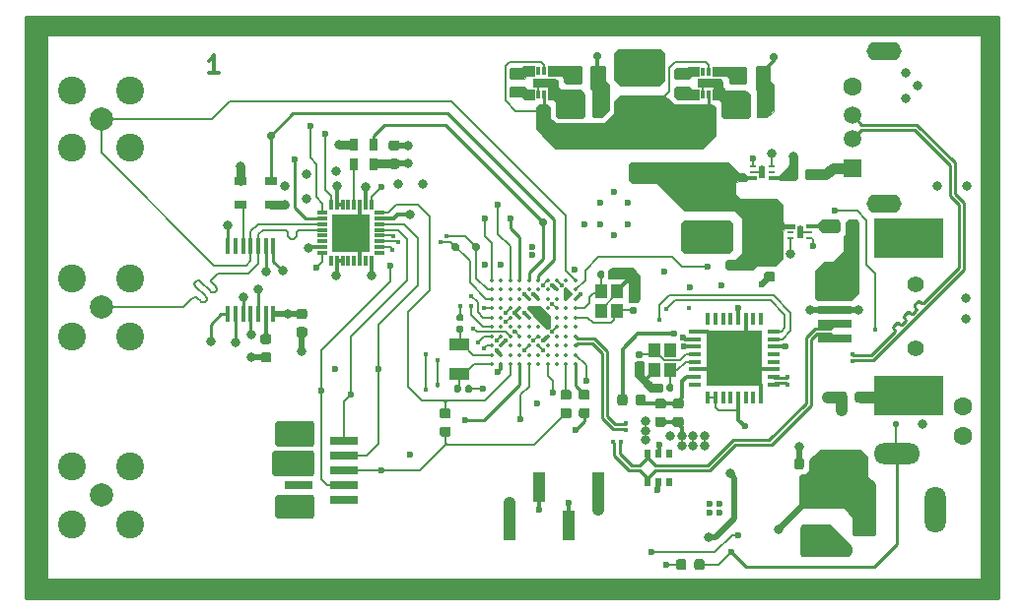
<source format=gbr>
G04 #@! TF.GenerationSoftware,KiCad,Pcbnew,(5.1.6)-1*
G04 #@! TF.CreationDate,2020-09-29T18:49:14+02:00*
G04 #@! TF.ProjectId,PrecisionTimer_RevG-1,50726563-6973-4696-9f6e-54696d65725f,rev?*
G04 #@! TF.SameCoordinates,Original*
G04 #@! TF.FileFunction,Copper,L1,Top*
G04 #@! TF.FilePolarity,Positive*
%FSLAX46Y46*%
G04 Gerber Fmt 4.6, Leading zero omitted, Abs format (unit mm)*
G04 Created by KiCad (PCBNEW (5.1.6)-1) date 2020-09-29 18:49:14*
%MOMM*%
%LPD*%
G01*
G04 APERTURE LIST*
G04 #@! TA.AperFunction,NonConductor*
%ADD10C,0.300000*%
G04 #@! TD*
G04 #@! TA.AperFunction,SMDPad,CuDef*
%ADD11R,4.750000X4.750000*%
G04 #@! TD*
G04 #@! TA.AperFunction,SMDPad,CuDef*
%ADD12R,0.350000X1.000000*%
G04 #@! TD*
G04 #@! TA.AperFunction,SMDPad,CuDef*
%ADD13R,1.000000X0.350000*%
G04 #@! TD*
G04 #@! TA.AperFunction,ComponentPad*
%ADD14C,1.600000*%
G04 #@! TD*
G04 #@! TA.AperFunction,ComponentPad*
%ADD15C,1.500000*%
G04 #@! TD*
G04 #@! TA.AperFunction,ComponentPad*
%ADD16R,1.500000X1.600000*%
G04 #@! TD*
G04 #@! TA.AperFunction,ComponentPad*
%ADD17O,3.000000X1.600000*%
G04 #@! TD*
G04 #@! TA.AperFunction,SMDPad,CuDef*
%ADD18R,1.000000X1.150000*%
G04 #@! TD*
G04 #@! TA.AperFunction,SMDPad,CuDef*
%ADD19R,0.600000X1.100000*%
G04 #@! TD*
G04 #@! TA.AperFunction,SMDPad,CuDef*
%ADD20R,0.600000X0.250000*%
G04 #@! TD*
G04 #@! TA.AperFunction,SMDPad,CuDef*
%ADD21R,0.550000X0.800000*%
G04 #@! TD*
G04 #@! TA.AperFunction,SMDPad,CuDef*
%ADD22R,0.650000X1.000000*%
G04 #@! TD*
G04 #@! TA.AperFunction,ComponentPad*
%ADD23R,1.800000X4.400000*%
G04 #@! TD*
G04 #@! TA.AperFunction,ComponentPad*
%ADD24O,1.800000X4.000000*%
G04 #@! TD*
G04 #@! TA.AperFunction,ComponentPad*
%ADD25O,4.000000X1.800000*%
G04 #@! TD*
G04 #@! TA.AperFunction,SMDPad,CuDef*
%ADD26C,0.350000*%
G04 #@! TD*
G04 #@! TA.AperFunction,SMDPad,CuDef*
%ADD27C,0.800000*%
G04 #@! TD*
G04 #@! TA.AperFunction,SMDPad,CuDef*
%ADD28R,1.000000X1.200000*%
G04 #@! TD*
G04 #@! TA.AperFunction,SMDPad,CuDef*
%ADD29R,1.000000X0.800000*%
G04 #@! TD*
G04 #@! TA.AperFunction,SMDPad,CuDef*
%ADD30C,0.700000*%
G04 #@! TD*
G04 #@! TA.AperFunction,SMDPad,CuDef*
%ADD31R,6.040000X3.400000*%
G04 #@! TD*
G04 #@! TA.AperFunction,ComponentPad*
%ADD32C,1.400000*%
G04 #@! TD*
G04 #@! TA.AperFunction,SMDPad,CuDef*
%ADD33R,3.000000X0.700000*%
G04 #@! TD*
G04 #@! TA.AperFunction,SMDPad,CuDef*
%ADD34R,1.800000X1.000000*%
G04 #@! TD*
G04 #@! TA.AperFunction,ComponentPad*
%ADD35C,2.400000*%
G04 #@! TD*
G04 #@! TA.AperFunction,ComponentPad*
%ADD36C,2.000000*%
G04 #@! TD*
G04 #@! TA.AperFunction,SMDPad,CuDef*
%ADD37C,1.000000*%
G04 #@! TD*
G04 #@! TA.AperFunction,SMDPad,CuDef*
%ADD38R,2.400000X0.740000*%
G04 #@! TD*
G04 #@! TA.AperFunction,SMDPad,CuDef*
%ADD39R,2.300000X2.500000*%
G04 #@! TD*
G04 #@! TA.AperFunction,SMDPad,CuDef*
%ADD40R,1.700000X1.300000*%
G04 #@! TD*
G04 #@! TA.AperFunction,SMDPad,CuDef*
%ADD41R,1.300000X0.700000*%
G04 #@! TD*
G04 #@! TA.AperFunction,SMDPad,CuDef*
%ADD42R,0.300000X0.800000*%
G04 #@! TD*
G04 #@! TA.AperFunction,SMDPad,CuDef*
%ADD43R,1.000000X2.510000*%
G04 #@! TD*
G04 #@! TA.AperFunction,SMDPad,CuDef*
%ADD44R,0.300000X0.850000*%
G04 #@! TD*
G04 #@! TA.AperFunction,SMDPad,CuDef*
%ADD45R,0.850000X0.300000*%
G04 #@! TD*
G04 #@! TA.AperFunction,SMDPad,CuDef*
%ADD46R,3.300000X3.300000*%
G04 #@! TD*
G04 #@! TA.AperFunction,SMDPad,CuDef*
%ADD47R,0.450000X1.475000*%
G04 #@! TD*
G04 #@! TA.AperFunction,ViaPad*
%ADD48C,0.600000*%
G04 #@! TD*
G04 #@! TA.AperFunction,ViaPad*
%ADD49C,0.450000*%
G04 #@! TD*
G04 #@! TA.AperFunction,ViaPad*
%ADD50C,0.500000*%
G04 #@! TD*
G04 #@! TA.AperFunction,ViaPad*
%ADD51C,0.800000*%
G04 #@! TD*
G04 #@! TA.AperFunction,ViaPad*
%ADD52C,0.550000*%
G04 #@! TD*
G04 #@! TA.AperFunction,Conductor*
%ADD53C,0.250000*%
G04 #@! TD*
G04 #@! TA.AperFunction,Conductor*
%ADD54C,0.200000*%
G04 #@! TD*
G04 #@! TA.AperFunction,Conductor*
%ADD55C,0.300000*%
G04 #@! TD*
G04 #@! TA.AperFunction,Conductor*
%ADD56C,1.000000*%
G04 #@! TD*
G04 #@! TA.AperFunction,Conductor*
%ADD57C,0.500000*%
G04 #@! TD*
G04 #@! TA.AperFunction,Conductor*
%ADD58C,0.350000*%
G04 #@! TD*
G04 #@! TA.AperFunction,Conductor*
%ADD59C,0.800000*%
G04 #@! TD*
G04 #@! TA.AperFunction,Conductor*
%ADD60C,0.150000*%
G04 #@! TD*
G04 #@! TA.AperFunction,Conductor*
%ADD61C,0.950000*%
G04 #@! TD*
G04 #@! TA.AperFunction,Conductor*
%ADD62C,0.025400*%
G04 #@! TD*
G04 #@! TA.AperFunction,Conductor*
%ADD63C,0.254000*%
G04 #@! TD*
G04 #@! TA.AperFunction,Conductor*
%ADD64C,0.100000*%
G04 #@! TD*
G04 APERTURE END LIST*
D10*
X105889371Y-57269771D02*
X105032228Y-57269771D01*
X105460800Y-57269771D02*
X105460800Y-55769771D01*
X105317942Y-55984057D01*
X105175085Y-56126914D01*
X105032228Y-56198342D01*
D11*
X150194300Y-81785000D03*
D12*
X147919300Y-78385000D03*
X148569300Y-78385000D03*
X149219300Y-78385000D03*
X149869300Y-78385000D03*
X150519300Y-78385000D03*
X151169300Y-78385000D03*
X151819300Y-78385000D03*
X152469300Y-78385000D03*
D13*
X153594300Y-79510000D03*
X153594300Y-80160000D03*
X153594300Y-80810000D03*
X153594300Y-81460000D03*
X153594300Y-82110000D03*
X153594300Y-82760000D03*
X153594300Y-83410000D03*
X153594300Y-84060000D03*
D12*
X152469300Y-85185000D03*
X151819300Y-85185000D03*
X151169300Y-85185000D03*
X150519300Y-85185000D03*
X149869300Y-85185000D03*
X149219300Y-85185000D03*
X148569300Y-85185000D03*
X147919300Y-85185000D03*
D13*
X146794300Y-84060000D03*
X146794300Y-83410000D03*
X146794300Y-82760000D03*
X146794300Y-82110000D03*
X146794300Y-81460000D03*
X146794300Y-80810000D03*
X146794300Y-80160000D03*
X146794300Y-79510000D03*
D14*
X160324800Y-58430400D03*
D15*
X160324800Y-60930400D03*
X160324800Y-62930400D03*
D16*
X160324800Y-65430400D03*
D17*
X163034800Y-55360400D03*
X163034800Y-68500400D03*
D18*
X143292600Y-82840800D03*
X143292600Y-81090800D03*
X144692600Y-81090800D03*
X144692600Y-82840800D03*
G04 #@! TA.AperFunction,SMDPad,CuDef*
G36*
G01*
X141013700Y-85151250D02*
X141013700Y-85663750D01*
G75*
G02*
X140794950Y-85882500I-218750J0D01*
G01*
X140357450Y-85882500D01*
G75*
G02*
X140138700Y-85663750I0J218750D01*
G01*
X140138700Y-85151250D01*
G75*
G02*
X140357450Y-84932500I218750J0D01*
G01*
X140794950Y-84932500D01*
G75*
G02*
X141013700Y-85151250I0J-218750D01*
G01*
G37*
G04 #@! TD.AperFunction*
G04 #@! TA.AperFunction,SMDPad,CuDef*
G36*
G01*
X142588700Y-85151250D02*
X142588700Y-85663750D01*
G75*
G02*
X142369950Y-85882500I-218750J0D01*
G01*
X141932450Y-85882500D01*
G75*
G02*
X141713700Y-85663750I0J218750D01*
G01*
X141713700Y-85151250D01*
G75*
G02*
X141932450Y-84932500I218750J0D01*
G01*
X142369950Y-84932500D01*
G75*
G02*
X142588700Y-85151250I0J-218750D01*
G01*
G37*
G04 #@! TD.AperFunction*
G04 #@! TA.AperFunction,SMDPad,CuDef*
G36*
G01*
X145107950Y-86862500D02*
X145620450Y-86862500D01*
G75*
G02*
X145839200Y-87081250I0J-218750D01*
G01*
X145839200Y-87518750D01*
G75*
G02*
X145620450Y-87737500I-218750J0D01*
G01*
X145107950Y-87737500D01*
G75*
G02*
X144889200Y-87518750I0J218750D01*
G01*
X144889200Y-87081250D01*
G75*
G02*
X145107950Y-86862500I218750J0D01*
G01*
G37*
G04 #@! TD.AperFunction*
G04 #@! TA.AperFunction,SMDPad,CuDef*
G36*
G01*
X145107950Y-85287500D02*
X145620450Y-85287500D01*
G75*
G02*
X145839200Y-85506250I0J-218750D01*
G01*
X145839200Y-85943750D01*
G75*
G02*
X145620450Y-86162500I-218750J0D01*
G01*
X145107950Y-86162500D01*
G75*
G02*
X144889200Y-85943750I0J218750D01*
G01*
X144889200Y-85506250D01*
G75*
G02*
X145107950Y-85287500I218750J0D01*
G01*
G37*
G04 #@! TD.AperFunction*
G04 #@! TA.AperFunction,SMDPad,CuDef*
G36*
G01*
X144109150Y-86162400D02*
X143596650Y-86162400D01*
G75*
G02*
X143377900Y-85943650I0J218750D01*
G01*
X143377900Y-85506150D01*
G75*
G02*
X143596650Y-85287400I218750J0D01*
G01*
X144109150Y-85287400D01*
G75*
G02*
X144327900Y-85506150I0J-218750D01*
G01*
X144327900Y-85943650D01*
G75*
G02*
X144109150Y-86162400I-218750J0D01*
G01*
G37*
G04 #@! TD.AperFunction*
G04 #@! TA.AperFunction,SMDPad,CuDef*
G36*
G01*
X144109150Y-87737400D02*
X143596650Y-87737400D01*
G75*
G02*
X143377900Y-87518650I0J218750D01*
G01*
X143377900Y-87081150D01*
G75*
G02*
X143596650Y-86862400I218750J0D01*
G01*
X144109150Y-86862400D01*
G75*
G02*
X144327900Y-87081150I0J-218750D01*
G01*
X144327900Y-87518650D01*
G75*
G02*
X144109150Y-87737400I-218750J0D01*
G01*
G37*
G04 #@! TD.AperFunction*
G04 #@! TA.AperFunction,SMDPad,CuDef*
G36*
G01*
X142183900Y-81788500D02*
X141838900Y-81788500D01*
G75*
G02*
X141691400Y-81641000I0J147500D01*
G01*
X141691400Y-81346000D01*
G75*
G02*
X141838900Y-81198500I147500J0D01*
G01*
X142183900Y-81198500D01*
G75*
G02*
X142331400Y-81346000I0J-147500D01*
G01*
X142331400Y-81641000D01*
G75*
G02*
X142183900Y-81788500I-147500J0D01*
G01*
G37*
G04 #@! TD.AperFunction*
G04 #@! TA.AperFunction,SMDPad,CuDef*
G36*
G01*
X142183900Y-82758500D02*
X141838900Y-82758500D01*
G75*
G02*
X141691400Y-82611000I0J147500D01*
G01*
X141691400Y-82316000D01*
G75*
G02*
X141838900Y-82168500I147500J0D01*
G01*
X142183900Y-82168500D01*
G75*
G02*
X142331400Y-82316000I0J-147500D01*
G01*
X142331400Y-82611000D01*
G75*
G02*
X142183900Y-82758500I-147500J0D01*
G01*
G37*
G04 #@! TD.AperFunction*
G04 #@! TA.AperFunction,SMDPad,CuDef*
G36*
G01*
X144383400Y-84538600D02*
X144383400Y-84193600D01*
G75*
G02*
X144530900Y-84046100I147500J0D01*
G01*
X144825900Y-84046100D01*
G75*
G02*
X144973400Y-84193600I0J-147500D01*
G01*
X144973400Y-84538600D01*
G75*
G02*
X144825900Y-84686100I-147500J0D01*
G01*
X144530900Y-84686100D01*
G75*
G02*
X144383400Y-84538600I0J147500D01*
G01*
G37*
G04 #@! TD.AperFunction*
G04 #@! TA.AperFunction,SMDPad,CuDef*
G36*
G01*
X143413400Y-84538600D02*
X143413400Y-84193600D01*
G75*
G02*
X143560900Y-84046100I147500J0D01*
G01*
X143855900Y-84046100D01*
G75*
G02*
X144003400Y-84193600I0J-147500D01*
G01*
X144003400Y-84538600D01*
G75*
G02*
X143855900Y-84686100I-147500J0D01*
G01*
X143560900Y-84686100D01*
G75*
G02*
X143413400Y-84538600I0J147500D01*
G01*
G37*
G04 #@! TD.AperFunction*
D19*
X152577800Y-65786000D03*
D20*
X151777800Y-66286000D03*
X151777800Y-65786000D03*
X151777800Y-65286000D03*
X153377800Y-65286000D03*
X153377800Y-65786000D03*
X153377800Y-66286000D03*
D19*
X155829000Y-70942200D03*
D20*
X156629000Y-70442200D03*
X156629000Y-70942200D03*
X156629000Y-71442200D03*
X155029000Y-71442200D03*
X155029000Y-70942200D03*
X155029000Y-70442200D03*
D21*
X142727600Y-92443000D03*
X142727600Y-90043000D03*
X143677600Y-92443000D03*
X143677600Y-90043000D03*
X144627600Y-92443000D03*
X144627600Y-90043000D03*
D22*
X119187700Y-63459600D03*
X117538500Y-63459600D03*
X117538500Y-65136000D03*
X119187700Y-65136000D03*
D23*
X161366200Y-94818200D03*
D24*
X167488400Y-94818200D03*
D25*
X164185600Y-90017600D03*
D26*
X136543600Y-75114600D03*
X135743600Y-75114600D03*
X134943600Y-75114600D03*
X134143600Y-75114600D03*
X133343600Y-75114600D03*
X132543600Y-75114600D03*
X131743600Y-75114600D03*
X130943600Y-75114600D03*
X130143600Y-75114600D03*
X129343600Y-75114600D03*
X136543600Y-75914600D03*
X135743600Y-75914600D03*
X134943600Y-75914600D03*
X134143600Y-75914600D03*
X133343600Y-75914600D03*
X132543600Y-75914600D03*
X131743600Y-75914600D03*
X130943600Y-75914600D03*
X130143600Y-75914600D03*
X129343600Y-75914600D03*
X136543600Y-76714600D03*
X135743600Y-76714600D03*
X134943600Y-76714600D03*
X134143600Y-76714600D03*
X133343600Y-76714600D03*
X132543600Y-76714600D03*
X131743600Y-76714600D03*
X130943600Y-76714600D03*
X130143600Y-76714600D03*
X129343600Y-76714600D03*
X136543600Y-77514600D03*
X135743600Y-77514600D03*
X134943600Y-77514600D03*
X134143600Y-77514600D03*
X133343600Y-77514600D03*
X132543600Y-77514600D03*
X131743600Y-77514600D03*
X130943600Y-77514600D03*
X130143600Y-77514600D03*
X129343600Y-77514600D03*
X136543600Y-78314600D03*
X135743600Y-78314600D03*
X134943600Y-78314600D03*
X134143600Y-78314600D03*
X133343600Y-78314600D03*
X132543600Y-78314600D03*
X131743600Y-78314600D03*
X130943600Y-78314600D03*
X130143600Y-78314600D03*
X129343600Y-78314600D03*
X136543600Y-79114600D03*
X135743600Y-79114600D03*
X134943600Y-79114600D03*
X134143600Y-79114600D03*
X133343600Y-79114600D03*
X132543600Y-79114600D03*
X131743600Y-79114600D03*
X130943600Y-79114600D03*
X130143600Y-79114600D03*
X129343600Y-79114600D03*
X136543600Y-79914600D03*
X135743600Y-79914600D03*
X134943600Y-79914600D03*
X134143600Y-79914600D03*
X133343600Y-79914600D03*
X132543600Y-79914600D03*
X131743600Y-79914600D03*
X130943600Y-79914600D03*
X130143600Y-79914600D03*
X129343600Y-79914600D03*
X136543600Y-80714600D03*
X135743600Y-80714600D03*
X134943600Y-80714600D03*
X134143600Y-80714600D03*
X133343600Y-80714600D03*
X132543600Y-80714600D03*
X131743600Y-80714600D03*
X130943600Y-80714600D03*
X130143600Y-80714600D03*
X129343600Y-80714600D03*
X136543600Y-81514600D03*
X135743600Y-81514600D03*
X134943600Y-81514600D03*
X134143600Y-81514600D03*
X133343600Y-81514600D03*
X132543600Y-81514600D03*
X131743600Y-81514600D03*
X130943600Y-81514600D03*
X130143600Y-81514600D03*
X129343600Y-81514600D03*
X136543600Y-82314600D03*
X135743600Y-82314600D03*
X134943600Y-82314600D03*
X134143600Y-82314600D03*
X133343600Y-82314600D03*
X132543600Y-82314600D03*
X131743600Y-82314600D03*
X130943600Y-82314600D03*
X130143600Y-82314600D03*
X129343600Y-82314600D03*
D27*
X153365200Y-64160400D03*
D28*
X138771400Y-77786200D03*
X138771400Y-76087000D03*
X140069800Y-76087000D03*
X140069800Y-77786200D03*
D29*
X110383900Y-68618400D03*
X107802100Y-68618400D03*
X107802100Y-66560400D03*
X110383900Y-66560400D03*
D30*
X153568400Y-55930800D03*
D27*
X155041600Y-72796400D03*
D31*
X165189800Y-85047400D03*
X165189800Y-71447400D03*
D32*
X165789800Y-80997400D03*
X165789800Y-75497400D03*
D33*
X158789800Y-77622400D03*
X158789800Y-80122400D03*
X158789800Y-78872400D03*
X158789800Y-76372400D03*
D30*
X158445200Y-90068400D03*
D34*
X126542800Y-83165000D03*
X126542800Y-80665000D03*
G04 #@! TA.AperFunction,SMDPad,CuDef*
G36*
G01*
X137043450Y-86100400D02*
X137555950Y-86100400D01*
G75*
G02*
X137774700Y-86319150I0J-218750D01*
G01*
X137774700Y-86756650D01*
G75*
G02*
X137555950Y-86975400I-218750J0D01*
G01*
X137043450Y-86975400D01*
G75*
G02*
X136824700Y-86756650I0J218750D01*
G01*
X136824700Y-86319150D01*
G75*
G02*
X137043450Y-86100400I218750J0D01*
G01*
G37*
G04 #@! TD.AperFunction*
G04 #@! TA.AperFunction,SMDPad,CuDef*
G36*
G01*
X137043450Y-84525400D02*
X137555950Y-84525400D01*
G75*
G02*
X137774700Y-84744150I0J-218750D01*
G01*
X137774700Y-85181650D01*
G75*
G02*
X137555950Y-85400400I-218750J0D01*
G01*
X137043450Y-85400400D01*
G75*
G02*
X136824700Y-85181650I0J218750D01*
G01*
X136824700Y-84744150D01*
G75*
G02*
X137043450Y-84525400I218750J0D01*
G01*
G37*
G04 #@! TD.AperFunction*
G04 #@! TA.AperFunction,SMDPad,CuDef*
G36*
G01*
X125605250Y-87000600D02*
X125092750Y-87000600D01*
G75*
G02*
X124874000Y-86781850I0J218750D01*
G01*
X124874000Y-86344350D01*
G75*
G02*
X125092750Y-86125600I218750J0D01*
G01*
X125605250Y-86125600D01*
G75*
G02*
X125824000Y-86344350I0J-218750D01*
G01*
X125824000Y-86781850D01*
G75*
G02*
X125605250Y-87000600I-218750J0D01*
G01*
G37*
G04 #@! TD.AperFunction*
G04 #@! TA.AperFunction,SMDPad,CuDef*
G36*
G01*
X125605250Y-88575600D02*
X125092750Y-88575600D01*
G75*
G02*
X124874000Y-88356850I0J218750D01*
G01*
X124874000Y-87919350D01*
G75*
G02*
X125092750Y-87700600I218750J0D01*
G01*
X125605250Y-87700600D01*
G75*
G02*
X125824000Y-87919350I0J-218750D01*
G01*
X125824000Y-88356850D01*
G75*
G02*
X125605250Y-88575600I-218750J0D01*
G01*
G37*
G04 #@! TD.AperFunction*
D14*
X169799000Y-85928200D03*
X169799000Y-88468200D03*
D35*
X98298000Y-63728600D03*
X93319600Y-63728600D03*
X93319600Y-58750200D03*
X98298000Y-58750200D03*
D36*
X95808800Y-61239400D03*
D35*
X98298000Y-79908400D03*
X93319600Y-79908400D03*
X93319600Y-74930000D03*
X98298000Y-74930000D03*
D36*
X95808800Y-77419200D03*
D35*
X98298000Y-96088200D03*
X93319600Y-96088200D03*
X93319600Y-91109800D03*
X98298000Y-91109800D03*
D36*
X95808800Y-93599000D03*
G04 #@! TA.AperFunction,SMDPad,CuDef*
G36*
G01*
X146055600Y-99311750D02*
X146055600Y-99824250D01*
G75*
G02*
X145836850Y-100043000I-218750J0D01*
G01*
X145399350Y-100043000D01*
G75*
G02*
X145180600Y-99824250I0J218750D01*
G01*
X145180600Y-99311750D01*
G75*
G02*
X145399350Y-99093000I218750J0D01*
G01*
X145836850Y-99093000D01*
G75*
G02*
X146055600Y-99311750I0J-218750D01*
G01*
G37*
G04 #@! TD.AperFunction*
G04 #@! TA.AperFunction,SMDPad,CuDef*
G36*
G01*
X147630600Y-99311750D02*
X147630600Y-99824250D01*
G75*
G02*
X147411850Y-100043000I-218750J0D01*
G01*
X146974350Y-100043000D01*
G75*
G02*
X146755600Y-99824250I0J218750D01*
G01*
X146755600Y-99311750D01*
G75*
G02*
X146974350Y-99093000I218750J0D01*
G01*
X147411850Y-99093000D01*
G75*
G02*
X147630600Y-99311750I0J-218750D01*
G01*
G37*
G04 #@! TD.AperFunction*
D27*
X155244800Y-64414400D03*
D37*
X145364200Y-66090800D03*
X139801600Y-62509400D03*
D30*
X133731000Y-70104000D03*
X110388400Y-62636400D03*
X128041400Y-72237600D03*
X126238000Y-72237600D03*
X138430000Y-55778400D03*
G04 #@! TA.AperFunction,SMDPad,CuDef*
G36*
G01*
X147177600Y-70145400D02*
X148427600Y-70145400D01*
G75*
G02*
X148677600Y-70395400I0J-250000D01*
G01*
X148677600Y-71145400D01*
G75*
G02*
X148427600Y-71395400I-250000J0D01*
G01*
X147177600Y-71395400D01*
G75*
G02*
X146927600Y-71145400I0J250000D01*
G01*
X146927600Y-70395400D01*
G75*
G02*
X147177600Y-70145400I250000J0D01*
G01*
G37*
G04 #@! TD.AperFunction*
G04 #@! TA.AperFunction,SMDPad,CuDef*
G36*
G01*
X147177600Y-67345400D02*
X148427600Y-67345400D01*
G75*
G02*
X148677600Y-67595400I0J-250000D01*
G01*
X148677600Y-68345400D01*
G75*
G02*
X148427600Y-68595400I-250000J0D01*
G01*
X147177600Y-68595400D01*
G75*
G02*
X146927600Y-68345400I0J250000D01*
G01*
X146927600Y-67595400D01*
G75*
G02*
X147177600Y-67345400I250000J0D01*
G01*
G37*
G04 #@! TD.AperFunction*
G04 #@! TA.AperFunction,SMDPad,CuDef*
G36*
G01*
X135993850Y-85400400D02*
X135481350Y-85400400D01*
G75*
G02*
X135262600Y-85181650I0J218750D01*
G01*
X135262600Y-84744150D01*
G75*
G02*
X135481350Y-84525400I218750J0D01*
G01*
X135993850Y-84525400D01*
G75*
G02*
X136212600Y-84744150I0J-218750D01*
G01*
X136212600Y-85181650D01*
G75*
G02*
X135993850Y-85400400I-218750J0D01*
G01*
G37*
G04 #@! TD.AperFunction*
G04 #@! TA.AperFunction,SMDPad,CuDef*
G36*
G01*
X135993850Y-86975400D02*
X135481350Y-86975400D01*
G75*
G02*
X135262600Y-86756650I0J218750D01*
G01*
X135262600Y-86319150D01*
G75*
G02*
X135481350Y-86100400I218750J0D01*
G01*
X135993850Y-86100400D01*
G75*
G02*
X136212600Y-86319150I0J-218750D01*
G01*
X136212600Y-86756650D01*
G75*
G02*
X135993850Y-86975400I-218750J0D01*
G01*
G37*
G04 #@! TD.AperFunction*
D38*
X116643700Y-93980000D03*
X112743700Y-93980000D03*
X116643700Y-92710000D03*
X112743700Y-92710000D03*
X116643700Y-91440000D03*
X112743700Y-91440000D03*
X116643700Y-90170000D03*
X112743700Y-90170000D03*
X116643700Y-88900000D03*
X112743700Y-88900000D03*
D39*
X157111700Y-97476200D03*
X157111700Y-93176200D03*
G04 #@! TA.AperFunction,SMDPad,CuDef*
G36*
G01*
X156890100Y-91162850D02*
X156890100Y-90650350D01*
G75*
G02*
X157108850Y-90431600I218750J0D01*
G01*
X157546350Y-90431600D01*
G75*
G02*
X157765100Y-90650350I0J-218750D01*
G01*
X157765100Y-91162850D01*
G75*
G02*
X157546350Y-91381600I-218750J0D01*
G01*
X157108850Y-91381600D01*
G75*
G02*
X156890100Y-91162850I0J218750D01*
G01*
G37*
G04 #@! TD.AperFunction*
G04 #@! TA.AperFunction,SMDPad,CuDef*
G36*
G01*
X155315100Y-91162850D02*
X155315100Y-90650350D01*
G75*
G02*
X155533850Y-90431600I218750J0D01*
G01*
X155971350Y-90431600D01*
G75*
G02*
X156190100Y-90650350I0J-218750D01*
G01*
X156190100Y-91162850D01*
G75*
G02*
X155971350Y-91381600I-218750J0D01*
G01*
X155533850Y-91381600D01*
G75*
G02*
X155315100Y-91162850I0J218750D01*
G01*
G37*
G04 #@! TD.AperFunction*
G04 #@! TA.AperFunction,SMDPad,CuDef*
G36*
G01*
X109700350Y-81299800D02*
X110212850Y-81299800D01*
G75*
G02*
X110431600Y-81518550I0J-218750D01*
G01*
X110431600Y-81956050D01*
G75*
G02*
X110212850Y-82174800I-218750J0D01*
G01*
X109700350Y-82174800D01*
G75*
G02*
X109481600Y-81956050I0J218750D01*
G01*
X109481600Y-81518550D01*
G75*
G02*
X109700350Y-81299800I218750J0D01*
G01*
G37*
G04 #@! TD.AperFunction*
G04 #@! TA.AperFunction,SMDPad,CuDef*
G36*
G01*
X109700350Y-79724800D02*
X110212850Y-79724800D01*
G75*
G02*
X110431600Y-79943550I0J-218750D01*
G01*
X110431600Y-80381050D01*
G75*
G02*
X110212850Y-80599800I-218750J0D01*
G01*
X109700350Y-80599800D01*
G75*
G02*
X109481600Y-80381050I0J218750D01*
G01*
X109481600Y-79943550D01*
G75*
G02*
X109700350Y-79724800I218750J0D01*
G01*
G37*
G04 #@! TD.AperFunction*
D40*
X141986000Y-57142500D03*
X141986000Y-60642500D03*
D41*
X147739100Y-58140600D03*
D42*
X148489100Y-59140600D03*
X147989100Y-59140600D03*
X147489100Y-59140600D03*
X146989100Y-59140600D03*
X146989100Y-57140600D03*
X147489100Y-57140600D03*
X147989100Y-57140600D03*
X148489100Y-57140600D03*
G04 #@! TA.AperFunction,SMDPad,CuDef*
G36*
G01*
X151173000Y-56973150D02*
X151173000Y-57885650D01*
G75*
G02*
X150929250Y-58129400I-243750J0D01*
G01*
X150441750Y-58129400D01*
G75*
G02*
X150198000Y-57885650I0J243750D01*
G01*
X150198000Y-56973150D01*
G75*
G02*
X150441750Y-56729400I243750J0D01*
G01*
X150929250Y-56729400D01*
G75*
G02*
X151173000Y-56973150I0J-243750D01*
G01*
G37*
G04 #@! TD.AperFunction*
G04 #@! TA.AperFunction,SMDPad,CuDef*
G36*
G01*
X153048000Y-56973150D02*
X153048000Y-57885650D01*
G75*
G02*
X152804250Y-58129400I-243750J0D01*
G01*
X152316750Y-58129400D01*
G75*
G02*
X152073000Y-57885650I0J243750D01*
G01*
X152073000Y-56973150D01*
G75*
G02*
X152316750Y-56729400I243750J0D01*
G01*
X152804250Y-56729400D01*
G75*
G02*
X153048000Y-56973150I0J-243750D01*
G01*
G37*
G04 #@! TD.AperFunction*
G04 #@! TA.AperFunction,SMDPad,CuDef*
G36*
G01*
X149130600Y-60835250D02*
X149130600Y-60322750D01*
G75*
G02*
X149349350Y-60104000I218750J0D01*
G01*
X149786850Y-60104000D01*
G75*
G02*
X150005600Y-60322750I0J-218750D01*
G01*
X150005600Y-60835250D01*
G75*
G02*
X149786850Y-61054000I-218750J0D01*
G01*
X149349350Y-61054000D01*
G75*
G02*
X149130600Y-60835250I0J218750D01*
G01*
G37*
G04 #@! TD.AperFunction*
G04 #@! TA.AperFunction,SMDPad,CuDef*
G36*
G01*
X147555600Y-60835250D02*
X147555600Y-60322750D01*
G75*
G02*
X147774350Y-60104000I218750J0D01*
G01*
X148211850Y-60104000D01*
G75*
G02*
X148430600Y-60322750I0J-218750D01*
G01*
X148430600Y-60835250D01*
G75*
G02*
X148211850Y-61054000I-218750J0D01*
G01*
X147774350Y-61054000D01*
G75*
G02*
X147555600Y-60835250I0J218750D01*
G01*
G37*
G04 #@! TD.AperFunction*
G04 #@! TA.AperFunction,SMDPad,CuDef*
G36*
G01*
X142561000Y-63738600D02*
X141411000Y-63738600D01*
G75*
G02*
X141161000Y-63488600I0J250000D01*
G01*
X141161000Y-62388600D01*
G75*
G02*
X141411000Y-62138600I250000J0D01*
G01*
X142561000Y-62138600D01*
G75*
G02*
X142811000Y-62388600I0J-250000D01*
G01*
X142811000Y-63488600D01*
G75*
G02*
X142561000Y-63738600I-250000J0D01*
G01*
G37*
G04 #@! TD.AperFunction*
G04 #@! TA.AperFunction,SMDPad,CuDef*
G36*
G01*
X142561000Y-66588600D02*
X141411000Y-66588600D01*
G75*
G02*
X141161000Y-66338600I0J250000D01*
G01*
X141161000Y-65238600D01*
G75*
G02*
X141411000Y-64988600I250000J0D01*
G01*
X142561000Y-64988600D01*
G75*
G02*
X142811000Y-65238600I0J-250000D01*
G01*
X142811000Y-66338600D01*
G75*
G02*
X142561000Y-66588600I-250000J0D01*
G01*
G37*
G04 #@! TD.AperFunction*
G04 #@! TA.AperFunction,SMDPad,CuDef*
G36*
G01*
X126708400Y-84282500D02*
X126708400Y-84627500D01*
G75*
G02*
X126560900Y-84775000I-147500J0D01*
G01*
X126265900Y-84775000D01*
G75*
G02*
X126118400Y-84627500I0J147500D01*
G01*
X126118400Y-84282500D01*
G75*
G02*
X126265900Y-84135000I147500J0D01*
G01*
X126560900Y-84135000D01*
G75*
G02*
X126708400Y-84282500I0J-147500D01*
G01*
G37*
G04 #@! TD.AperFunction*
G04 #@! TA.AperFunction,SMDPad,CuDef*
G36*
G01*
X127678400Y-84282500D02*
X127678400Y-84627500D01*
G75*
G02*
X127530900Y-84775000I-147500J0D01*
G01*
X127235900Y-84775000D01*
G75*
G02*
X127088400Y-84627500I0J147500D01*
G01*
X127088400Y-84282500D01*
G75*
G02*
X127235900Y-84135000I147500J0D01*
G01*
X127530900Y-84135000D01*
G75*
G02*
X127678400Y-84282500I0J-147500D01*
G01*
G37*
G04 #@! TD.AperFunction*
G04 #@! TA.AperFunction,SMDPad,CuDef*
G36*
G01*
X126446500Y-79006200D02*
X126791500Y-79006200D01*
G75*
G02*
X126939000Y-79153700I0J-147500D01*
G01*
X126939000Y-79448700D01*
G75*
G02*
X126791500Y-79596200I-147500J0D01*
G01*
X126446500Y-79596200D01*
G75*
G02*
X126299000Y-79448700I0J147500D01*
G01*
X126299000Y-79153700D01*
G75*
G02*
X126446500Y-79006200I147500J0D01*
G01*
G37*
G04 #@! TD.AperFunction*
G04 #@! TA.AperFunction,SMDPad,CuDef*
G36*
G01*
X126446500Y-78036200D02*
X126791500Y-78036200D01*
G75*
G02*
X126939000Y-78183700I0J-147500D01*
G01*
X126939000Y-78478700D01*
G75*
G02*
X126791500Y-78626200I-147500J0D01*
G01*
X126446500Y-78626200D01*
G75*
G02*
X126299000Y-78478700I0J147500D01*
G01*
X126299000Y-78183700D01*
G75*
G02*
X126446500Y-78036200I147500J0D01*
G01*
G37*
G04 #@! TD.AperFunction*
G04 #@! TA.AperFunction,SMDPad,CuDef*
G36*
G01*
X145273050Y-58439800D02*
X145785550Y-58439800D01*
G75*
G02*
X146004300Y-58658550I0J-218750D01*
G01*
X146004300Y-59096050D01*
G75*
G02*
X145785550Y-59314800I-218750J0D01*
G01*
X145273050Y-59314800D01*
G75*
G02*
X145054300Y-59096050I0J218750D01*
G01*
X145054300Y-58658550D01*
G75*
G02*
X145273050Y-58439800I218750J0D01*
G01*
G37*
G04 #@! TD.AperFunction*
G04 #@! TA.AperFunction,SMDPad,CuDef*
G36*
G01*
X145273050Y-56864800D02*
X145785550Y-56864800D01*
G75*
G02*
X146004300Y-57083550I0J-218750D01*
G01*
X146004300Y-57521050D01*
G75*
G02*
X145785550Y-57739800I-218750J0D01*
G01*
X145273050Y-57739800D01*
G75*
G02*
X145054300Y-57521050I0J218750D01*
G01*
X145054300Y-57083550D01*
G75*
G02*
X145273050Y-56864800I218750J0D01*
G01*
G37*
G04 #@! TD.AperFunction*
G04 #@! TA.AperFunction,SMDPad,CuDef*
G36*
G01*
X139040100Y-74452700D02*
X139040100Y-74797700D01*
G75*
G02*
X138892600Y-74945200I-147500J0D01*
G01*
X138597600Y-74945200D01*
G75*
G02*
X138450100Y-74797700I0J147500D01*
G01*
X138450100Y-74452700D01*
G75*
G02*
X138597600Y-74305200I147500J0D01*
G01*
X138892600Y-74305200D01*
G75*
G02*
X139040100Y-74452700I0J-147500D01*
G01*
G37*
G04 #@! TD.AperFunction*
G04 #@! TA.AperFunction,SMDPad,CuDef*
G36*
G01*
X140010100Y-74452700D02*
X140010100Y-74797700D01*
G75*
G02*
X139862600Y-74945200I-147500J0D01*
G01*
X139567600Y-74945200D01*
G75*
G02*
X139420100Y-74797700I0J147500D01*
G01*
X139420100Y-74452700D01*
G75*
G02*
X139567600Y-74305200I147500J0D01*
G01*
X139862600Y-74305200D01*
G75*
G02*
X140010100Y-74452700I0J-147500D01*
G01*
G37*
G04 #@! TD.AperFunction*
G04 #@! TA.AperFunction,SMDPad,CuDef*
G36*
G01*
X141330900Y-77380600D02*
X141675900Y-77380600D01*
G75*
G02*
X141823400Y-77528100I0J-147500D01*
G01*
X141823400Y-77823100D01*
G75*
G02*
X141675900Y-77970600I-147500J0D01*
G01*
X141330900Y-77970600D01*
G75*
G02*
X141183400Y-77823100I0J147500D01*
G01*
X141183400Y-77528100D01*
G75*
G02*
X141330900Y-77380600I147500J0D01*
G01*
G37*
G04 #@! TD.AperFunction*
G04 #@! TA.AperFunction,SMDPad,CuDef*
G36*
G01*
X141330900Y-76410600D02*
X141675900Y-76410600D01*
G75*
G02*
X141823400Y-76558100I0J-147500D01*
G01*
X141823400Y-76853100D01*
G75*
G02*
X141675900Y-77000600I-147500J0D01*
G01*
X141330900Y-77000600D01*
G75*
G02*
X141183400Y-76853100I0J147500D01*
G01*
X141183400Y-76558100D01*
G75*
G02*
X141330900Y-76410600I147500J0D01*
G01*
G37*
G04 #@! TD.AperFunction*
D43*
X138531600Y-92883800D03*
X133451600Y-92883800D03*
X135991600Y-96193800D03*
X130911600Y-96193800D03*
G04 #@! TA.AperFunction,SMDPad,CuDef*
G36*
G01*
X155580600Y-65758350D02*
X155580600Y-66270850D01*
G75*
G02*
X155361850Y-66489600I-218750J0D01*
G01*
X154924350Y-66489600D01*
G75*
G02*
X154705600Y-66270850I0J218750D01*
G01*
X154705600Y-65758350D01*
G75*
G02*
X154924350Y-65539600I218750J0D01*
G01*
X155361850Y-65539600D01*
G75*
G02*
X155580600Y-65758350I0J-218750D01*
G01*
G37*
G04 #@! TD.AperFunction*
G04 #@! TA.AperFunction,SMDPad,CuDef*
G36*
G01*
X157155600Y-65758350D02*
X157155600Y-66270850D01*
G75*
G02*
X156936850Y-66489600I-218750J0D01*
G01*
X156499350Y-66489600D01*
G75*
G02*
X156280600Y-66270850I0J218750D01*
G01*
X156280600Y-65758350D01*
G75*
G02*
X156499350Y-65539600I218750J0D01*
G01*
X156936850Y-65539600D01*
G75*
G02*
X157155600Y-65758350I0J-218750D01*
G01*
G37*
G04 #@! TD.AperFunction*
G04 #@! TA.AperFunction,SMDPad,CuDef*
G36*
G01*
X159187300Y-70177950D02*
X159187300Y-70690450D01*
G75*
G02*
X158968550Y-70909200I-218750J0D01*
G01*
X158531050Y-70909200D01*
G75*
G02*
X158312300Y-70690450I0J218750D01*
G01*
X158312300Y-70177950D01*
G75*
G02*
X158531050Y-69959200I218750J0D01*
G01*
X158968550Y-69959200D01*
G75*
G02*
X159187300Y-70177950I0J-218750D01*
G01*
G37*
G04 #@! TD.AperFunction*
G04 #@! TA.AperFunction,SMDPad,CuDef*
G36*
G01*
X160762300Y-70177950D02*
X160762300Y-70690450D01*
G75*
G02*
X160543550Y-70909200I-218750J0D01*
G01*
X160106050Y-70909200D01*
G75*
G02*
X159887300Y-70690450I0J218750D01*
G01*
X159887300Y-70177950D01*
G75*
G02*
X160106050Y-69959200I218750J0D01*
G01*
X160543550Y-69959200D01*
G75*
G02*
X160762300Y-70177950I0J-218750D01*
G01*
G37*
G04 #@! TD.AperFunction*
G04 #@! TA.AperFunction,SMDPad,CuDef*
G36*
G01*
X159847700Y-84909950D02*
X159847700Y-85422450D01*
G75*
G02*
X159628950Y-85641200I-218750J0D01*
G01*
X159191450Y-85641200D01*
G75*
G02*
X158972700Y-85422450I0J218750D01*
G01*
X158972700Y-84909950D01*
G75*
G02*
X159191450Y-84691200I218750J0D01*
G01*
X159628950Y-84691200D01*
G75*
G02*
X159847700Y-84909950I0J-218750D01*
G01*
G37*
G04 #@! TD.AperFunction*
G04 #@! TA.AperFunction,SMDPad,CuDef*
G36*
G01*
X161422700Y-84909950D02*
X161422700Y-85422450D01*
G75*
G02*
X161203950Y-85641200I-218750J0D01*
G01*
X160766450Y-85641200D01*
G75*
G02*
X160547700Y-85422450I0J218750D01*
G01*
X160547700Y-84909950D01*
G75*
G02*
X160766450Y-84691200I218750J0D01*
G01*
X161203950Y-84691200D01*
G75*
G02*
X161422700Y-84909950I0J-218750D01*
G01*
G37*
G04 #@! TD.AperFunction*
D44*
X119034500Y-68568400D03*
X118534500Y-68568400D03*
X118034500Y-68568400D03*
X117534500Y-68568400D03*
X117034500Y-68568400D03*
X116534500Y-68568400D03*
X116034500Y-68568400D03*
X115534500Y-68568400D03*
D45*
X114834500Y-69268400D03*
X114834500Y-69768400D03*
X114834500Y-70268400D03*
X114834500Y-70768400D03*
X114834500Y-71268400D03*
X114834500Y-71768400D03*
X114834500Y-72268400D03*
X114834500Y-72768400D03*
D44*
X115534500Y-73468400D03*
X116034500Y-73468400D03*
X116534500Y-73468400D03*
X117034500Y-73468400D03*
X117534500Y-73468400D03*
X118034500Y-73468400D03*
X118534500Y-73468400D03*
X119034500Y-73468400D03*
D45*
X119734500Y-72768400D03*
X119734500Y-72268400D03*
X119734500Y-71768400D03*
X119734500Y-71268400D03*
X119734500Y-70768400D03*
X119734500Y-70268400D03*
X119734500Y-69768400D03*
X119734500Y-69268400D03*
D46*
X117284500Y-71018400D03*
D47*
X110598500Y-72144400D03*
X109948500Y-72144400D03*
X109298500Y-72144400D03*
X108648500Y-72144400D03*
X107998500Y-72144400D03*
X107348500Y-72144400D03*
X106698500Y-72144400D03*
X106698500Y-78020400D03*
X107348500Y-78020400D03*
X107998500Y-78020400D03*
X108648500Y-78020400D03*
X109298500Y-78020400D03*
X109948500Y-78020400D03*
X110598500Y-78020400D03*
G04 #@! TA.AperFunction,SMDPad,CuDef*
G36*
G01*
X136999800Y-56973150D02*
X136999800Y-57885650D01*
G75*
G02*
X136756050Y-58129400I-243750J0D01*
G01*
X136268550Y-58129400D01*
G75*
G02*
X136024800Y-57885650I0J243750D01*
G01*
X136024800Y-56973150D01*
G75*
G02*
X136268550Y-56729400I243750J0D01*
G01*
X136756050Y-56729400D01*
G75*
G02*
X136999800Y-56973150I0J-243750D01*
G01*
G37*
G04 #@! TD.AperFunction*
G04 #@! TA.AperFunction,SMDPad,CuDef*
G36*
G01*
X138874800Y-56973150D02*
X138874800Y-57885650D01*
G75*
G02*
X138631050Y-58129400I-243750J0D01*
G01*
X138143550Y-58129400D01*
G75*
G02*
X137899800Y-57885650I0J243750D01*
G01*
X137899800Y-56973150D01*
G75*
G02*
X138143550Y-56729400I243750J0D01*
G01*
X138631050Y-56729400D01*
G75*
G02*
X138874800Y-56973150I0J-243750D01*
G01*
G37*
G04 #@! TD.AperFunction*
D41*
X133565900Y-58115200D03*
D42*
X134315900Y-59115200D03*
X133815900Y-59115200D03*
X133315900Y-59115200D03*
X132815900Y-59115200D03*
X132815900Y-57115200D03*
X133315900Y-57115200D03*
X133815900Y-57115200D03*
X134315900Y-57115200D03*
G04 #@! TA.AperFunction,SMDPad,CuDef*
G36*
G01*
X134957400Y-60835250D02*
X134957400Y-60322750D01*
G75*
G02*
X135176150Y-60104000I218750J0D01*
G01*
X135613650Y-60104000D01*
G75*
G02*
X135832400Y-60322750I0J-218750D01*
G01*
X135832400Y-60835250D01*
G75*
G02*
X135613650Y-61054000I-218750J0D01*
G01*
X135176150Y-61054000D01*
G75*
G02*
X134957400Y-60835250I0J218750D01*
G01*
G37*
G04 #@! TD.AperFunction*
G04 #@! TA.AperFunction,SMDPad,CuDef*
G36*
G01*
X133382400Y-60835250D02*
X133382400Y-60322750D01*
G75*
G02*
X133601150Y-60104000I218750J0D01*
G01*
X134038650Y-60104000D01*
G75*
G02*
X134257400Y-60322750I0J-218750D01*
G01*
X134257400Y-60835250D01*
G75*
G02*
X134038650Y-61054000I-218750J0D01*
G01*
X133601150Y-61054000D01*
G75*
G02*
X133382400Y-60835250I0J218750D01*
G01*
G37*
G04 #@! TD.AperFunction*
G04 #@! TA.AperFunction,SMDPad,CuDef*
G36*
G01*
X153469050Y-73665600D02*
X152956550Y-73665600D01*
G75*
G02*
X152737800Y-73446850I0J218750D01*
G01*
X152737800Y-73009350D01*
G75*
G02*
X152956550Y-72790600I218750J0D01*
G01*
X153469050Y-72790600D01*
G75*
G02*
X153687800Y-73009350I0J-218750D01*
G01*
X153687800Y-73446850D01*
G75*
G02*
X153469050Y-73665600I-218750J0D01*
G01*
G37*
G04 #@! TD.AperFunction*
G04 #@! TA.AperFunction,SMDPad,CuDef*
G36*
G01*
X153469050Y-75240600D02*
X152956550Y-75240600D01*
G75*
G02*
X152737800Y-75021850I0J218750D01*
G01*
X152737800Y-74584350D01*
G75*
G02*
X152956550Y-74365600I218750J0D01*
G01*
X153469050Y-74365600D01*
G75*
G02*
X153687800Y-74584350I0J-218750D01*
G01*
X153687800Y-75021850D01*
G75*
G02*
X153469050Y-75240600I-218750J0D01*
G01*
G37*
G04 #@! TD.AperFunction*
G04 #@! TA.AperFunction,SMDPad,CuDef*
G36*
G01*
X131099850Y-58439800D02*
X131612350Y-58439800D01*
G75*
G02*
X131831100Y-58658550I0J-218750D01*
G01*
X131831100Y-59096050D01*
G75*
G02*
X131612350Y-59314800I-218750J0D01*
G01*
X131099850Y-59314800D01*
G75*
G02*
X130881100Y-59096050I0J218750D01*
G01*
X130881100Y-58658550D01*
G75*
G02*
X131099850Y-58439800I218750J0D01*
G01*
G37*
G04 #@! TD.AperFunction*
G04 #@! TA.AperFunction,SMDPad,CuDef*
G36*
G01*
X131099850Y-56864800D02*
X131612350Y-56864800D01*
G75*
G02*
X131831100Y-57083550I0J-218750D01*
G01*
X131831100Y-57521050D01*
G75*
G02*
X131612350Y-57739800I-218750J0D01*
G01*
X131099850Y-57739800D01*
G75*
G02*
X130881100Y-57521050I0J218750D01*
G01*
X130881100Y-57083550D01*
G75*
G02*
X131099850Y-56864800I218750J0D01*
G01*
G37*
G04 #@! TD.AperFunction*
G04 #@! TA.AperFunction,SMDPad,CuDef*
G36*
G01*
X113286250Y-78440800D02*
X112773750Y-78440800D01*
G75*
G02*
X112555000Y-78222050I0J218750D01*
G01*
X112555000Y-77784550D01*
G75*
G02*
X112773750Y-77565800I218750J0D01*
G01*
X113286250Y-77565800D01*
G75*
G02*
X113505000Y-77784550I0J-218750D01*
G01*
X113505000Y-78222050D01*
G75*
G02*
X113286250Y-78440800I-218750J0D01*
G01*
G37*
G04 #@! TD.AperFunction*
G04 #@! TA.AperFunction,SMDPad,CuDef*
G36*
G01*
X113286250Y-80015800D02*
X112773750Y-80015800D01*
G75*
G02*
X112555000Y-79797050I0J218750D01*
G01*
X112555000Y-79359550D01*
G75*
G02*
X112773750Y-79140800I218750J0D01*
G01*
X113286250Y-79140800D01*
G75*
G02*
X113505000Y-79359550I0J-218750D01*
G01*
X113505000Y-79797050D01*
G75*
G02*
X113286250Y-80015800I-218750J0D01*
G01*
G37*
G04 #@! TD.AperFunction*
G04 #@! TA.AperFunction,SMDPad,CuDef*
G36*
G01*
X120723950Y-64650000D02*
X121236450Y-64650000D01*
G75*
G02*
X121455200Y-64868750I0J-218750D01*
G01*
X121455200Y-65306250D01*
G75*
G02*
X121236450Y-65525000I-218750J0D01*
G01*
X120723950Y-65525000D01*
G75*
G02*
X120505200Y-65306250I0J218750D01*
G01*
X120505200Y-64868750D01*
G75*
G02*
X120723950Y-64650000I218750J0D01*
G01*
G37*
G04 #@! TD.AperFunction*
G04 #@! TA.AperFunction,SMDPad,CuDef*
G36*
G01*
X120723950Y-63075000D02*
X121236450Y-63075000D01*
G75*
G02*
X121455200Y-63293750I0J-218750D01*
G01*
X121455200Y-63731250D01*
G75*
G02*
X121236450Y-63950000I-218750J0D01*
G01*
X120723950Y-63950000D01*
G75*
G02*
X120505200Y-63731250I0J218750D01*
G01*
X120505200Y-63293750D01*
G75*
G02*
X120723950Y-63075000I218750J0D01*
G01*
G37*
G04 #@! TD.AperFunction*
G04 #@! TA.AperFunction,SMDPad,CuDef*
G36*
G01*
X151440400Y-60322750D02*
X151440400Y-60835250D01*
G75*
G02*
X151221650Y-61054000I-218750J0D01*
G01*
X150784150Y-61054000D01*
G75*
G02*
X150565400Y-60835250I0J218750D01*
G01*
X150565400Y-60322750D01*
G75*
G02*
X150784150Y-60104000I218750J0D01*
G01*
X151221650Y-60104000D01*
G75*
G02*
X151440400Y-60322750I0J-218750D01*
G01*
G37*
G04 #@! TD.AperFunction*
G04 #@! TA.AperFunction,SMDPad,CuDef*
G36*
G01*
X153015400Y-60322750D02*
X153015400Y-60835250D01*
G75*
G02*
X152796650Y-61054000I-218750J0D01*
G01*
X152359150Y-61054000D01*
G75*
G02*
X152140400Y-60835250I0J218750D01*
G01*
X152140400Y-60322750D01*
G75*
G02*
X152359150Y-60104000I218750J0D01*
G01*
X152796650Y-60104000D01*
G75*
G02*
X153015400Y-60322750I0J-218750D01*
G01*
G37*
G04 #@! TD.AperFunction*
G04 #@! TA.AperFunction,SMDPad,CuDef*
G36*
G01*
X137279800Y-60322750D02*
X137279800Y-60835250D01*
G75*
G02*
X137061050Y-61054000I-218750J0D01*
G01*
X136623550Y-61054000D01*
G75*
G02*
X136404800Y-60835250I0J218750D01*
G01*
X136404800Y-60322750D01*
G75*
G02*
X136623550Y-60104000I218750J0D01*
G01*
X137061050Y-60104000D01*
G75*
G02*
X137279800Y-60322750I0J-218750D01*
G01*
G37*
G04 #@! TD.AperFunction*
G04 #@! TA.AperFunction,SMDPad,CuDef*
G36*
G01*
X138854800Y-60322750D02*
X138854800Y-60835250D01*
G75*
G02*
X138636050Y-61054000I-218750J0D01*
G01*
X138198550Y-61054000D01*
G75*
G02*
X137979800Y-60835250I0J218750D01*
G01*
X137979800Y-60322750D01*
G75*
G02*
X138198550Y-60104000I218750J0D01*
G01*
X138636050Y-60104000D01*
G75*
G02*
X138854800Y-60322750I0J-218750D01*
G01*
G37*
G04 #@! TD.AperFunction*
D48*
X127050800Y-87147400D03*
D49*
X144678400Y-81114900D03*
D50*
X155829000Y-71221600D03*
X155829000Y-70662800D03*
D48*
X140957300Y-74498200D03*
X141681200Y-75323700D03*
X150279100Y-59537600D03*
X150964900Y-59537600D03*
X149542500Y-59537600D03*
D51*
X94818200Y-53162200D03*
X92557600Y-53162200D03*
X97078800Y-53162200D03*
X110286800Y-53136800D03*
X112420400Y-53136800D03*
X103682800Y-53136800D03*
X108102400Y-53136800D03*
X105892600Y-53136800D03*
X101523800Y-53136800D03*
X116611400Y-53136800D03*
X118778800Y-53136800D03*
X120998800Y-53136800D03*
D50*
X152577800Y-65506600D03*
X152577800Y-66065400D03*
D51*
X172148500Y-90618000D03*
X172148500Y-88398000D03*
X172148500Y-97278600D03*
X172148500Y-92838600D03*
X172148500Y-99498600D03*
X172148500Y-95058600D03*
D48*
X148920200Y-94310200D03*
X148920200Y-95123000D03*
X148107400Y-95123000D03*
X148107400Y-94310200D03*
D51*
X147802600Y-72237600D03*
X101523800Y-101676200D03*
X103682800Y-101676200D03*
X105816400Y-101676200D03*
X107924600Y-101676200D03*
X110032800Y-101676200D03*
X172147700Y-101676200D03*
X172147700Y-64360050D03*
X172147700Y-62115400D03*
X172147700Y-59870750D03*
X172147700Y-57626100D03*
X172147700Y-55381450D03*
X172147700Y-53136800D03*
X169838800Y-53136800D03*
X167618800Y-53136800D03*
X165398800Y-53136800D03*
X163178800Y-53136800D03*
X160958800Y-53136800D03*
X158738800Y-53136800D03*
X156518800Y-53136800D03*
X154298800Y-53136800D03*
X152078800Y-53136800D03*
X149858800Y-53136800D03*
X147638800Y-53136800D03*
X145418800Y-53136800D03*
X143198800Y-53136800D03*
X140978800Y-53136800D03*
X138758800Y-53136800D03*
X136538800Y-53136800D03*
X134318800Y-53136800D03*
X132098800Y-53136800D03*
X129878800Y-53136800D03*
X127658800Y-53136800D03*
X125438800Y-53136800D03*
X123218800Y-53136800D03*
X116268500Y-70002400D03*
X117284500Y-70002400D03*
X117284500Y-72034400D03*
X116268500Y-72034400D03*
X116268500Y-71018400D03*
X117284500Y-71018400D03*
X118300500Y-72034400D03*
X118300500Y-71018400D03*
X118300500Y-70002400D03*
X107802100Y-65311600D03*
D48*
X135394700Y-59537600D03*
X136131300Y-59537600D03*
X136817100Y-59537600D03*
D51*
X143637000Y-57137300D03*
X140360400Y-57137300D03*
X143637000Y-55765700D03*
X140360400Y-55765700D03*
X141452600Y-55765700D03*
X142544800Y-55765700D03*
X106680000Y-70383400D03*
X113423700Y-65938400D03*
X123405900Y-66802000D03*
X113449100Y-95097600D03*
X110972600Y-91440000D03*
X113423700Y-68072000D03*
X121297700Y-66827400D03*
X110972600Y-90170000D03*
X111340900Y-95097600D03*
X112382300Y-95097600D03*
X114338800Y-101676200D03*
X116558800Y-101676200D03*
X138758800Y-101676200D03*
X163178800Y-101676200D03*
X158738800Y-101676200D03*
X120998800Y-101676200D03*
X154298800Y-101676200D03*
X118778800Y-101676200D03*
X129878800Y-101676200D03*
X149858800Y-101676200D03*
X132098800Y-101676200D03*
X169838800Y-101676200D03*
X152078800Y-101676200D03*
X143198800Y-101676200D03*
X165398800Y-101676200D03*
X127658800Y-101676200D03*
X156518800Y-101676200D03*
X134318800Y-101676200D03*
X136538800Y-101676200D03*
X145418800Y-101676200D03*
X140978800Y-101676200D03*
X123218800Y-101676200D03*
X147638800Y-101676200D03*
X167618800Y-101676200D03*
X125438800Y-101676200D03*
X160958800Y-101676200D03*
X172148500Y-66675000D03*
X172148500Y-80873600D03*
X172148500Y-86156800D03*
X158191200Y-85166200D03*
X165963600Y-58394600D03*
X164896800Y-57277000D03*
X164896800Y-59486800D03*
X159410400Y-86309200D03*
X130911600Y-94234000D03*
X116205000Y-63474600D03*
X122174000Y-63500000D03*
D48*
X136499600Y-74218800D03*
D51*
X167640000Y-67030600D03*
X145669000Y-89382600D03*
X146659600Y-89382600D03*
X147650200Y-89382600D03*
X115951000Y-65684400D03*
X90233500Y-55499000D03*
X90233500Y-57810400D03*
X90233500Y-60147200D03*
X90233500Y-62507600D03*
X90233500Y-64807600D03*
X90233500Y-67107600D03*
X90233500Y-69407600D03*
X90233500Y-71707600D03*
X90233500Y-74007600D03*
X90233500Y-76307600D03*
X90233500Y-78607600D03*
X90233500Y-80907600D03*
X90233500Y-83207600D03*
X90233500Y-85507600D03*
X90233500Y-87807600D03*
X90233500Y-90107600D03*
X90233500Y-92407600D03*
X90233500Y-94707600D03*
X90233500Y-97007600D03*
X90233500Y-99307600D03*
X112115600Y-101676200D03*
X114503200Y-53136800D03*
X99390200Y-53162200D03*
X99390200Y-101676200D03*
X159816800Y-98323404D03*
X97078800Y-101676200D03*
X94818200Y-101676200D03*
X92557600Y-101676200D03*
X90233500Y-101676200D03*
X90233500Y-53162200D03*
D49*
X130556000Y-80314800D03*
D48*
X138709400Y-68427600D03*
X139877800Y-67462400D03*
X141071600Y-68427600D03*
X137337800Y-70307200D03*
D49*
X136042400Y-76314300D03*
D51*
X172148500Y-78955900D03*
X172148500Y-76936600D03*
X172148500Y-74930000D03*
X155752800Y-89408000D03*
D49*
X133731000Y-77927200D03*
D51*
X113004600Y-81229200D03*
D48*
X144195800Y-74396600D03*
X130149600Y-73787000D03*
X128727200Y-73787000D03*
X133222998Y-85725000D03*
D51*
X149504400Y-70764400D03*
X146100800Y-70764400D03*
X146100800Y-72237600D03*
X149504400Y-72237600D03*
X111569500Y-67030600D03*
D48*
X144348200Y-99568000D03*
D51*
X158877000Y-98323400D03*
X158877000Y-97383600D03*
X170053000Y-76606400D03*
X172135800Y-69037200D03*
X156743400Y-77622400D03*
D49*
X126619000Y-77317600D03*
D51*
X170205400Y-67030600D03*
X108712000Y-81737200D03*
D48*
X128574800Y-84455000D03*
X149123400Y-75552300D03*
X146405600Y-75742800D03*
D51*
X160832800Y-77622400D03*
X146659600Y-88468200D03*
X147650200Y-88468200D03*
X145669000Y-88468200D03*
X144678400Y-88468200D03*
X148714200Y-80317600D03*
X150214200Y-80317600D03*
X151714200Y-80317600D03*
X148714200Y-81817600D03*
X150214200Y-81817600D03*
X151714200Y-81817600D03*
X148714200Y-83317600D03*
X150214200Y-83317600D03*
X151714200Y-83317600D03*
D48*
X142074900Y-83299300D03*
X143738600Y-89268300D03*
X142760700Y-84035900D03*
X152565100Y-75450700D03*
D49*
X130556000Y-77901800D03*
D51*
X109296200Y-75895200D03*
X108661200Y-79806800D03*
D49*
X127787400Y-79248000D03*
X130556000Y-78714600D03*
D51*
X107998500Y-76532500D03*
X107340400Y-80441800D03*
D49*
X131343400Y-79527400D03*
D51*
X105232200Y-80391000D03*
D49*
X128143000Y-80467200D03*
D51*
X109943900Y-74320400D03*
D49*
X128701800Y-77520800D03*
D51*
X111417100Y-74295000D03*
D49*
X127584200Y-77292200D03*
D51*
X152425400Y-69494400D03*
X153390600Y-69494400D03*
X153385400Y-70464800D03*
X142570200Y-88849200D03*
X153390600Y-71424800D03*
X152425400Y-70459600D03*
X142570200Y-87223600D03*
X142570200Y-88036400D03*
X152400000Y-71424800D03*
D48*
X119862600Y-67106800D03*
X114731800Y-84632800D03*
X120624600Y-73888600D03*
X119862600Y-91440000D03*
X119659400Y-82778600D03*
D49*
X134543800Y-79502000D03*
D48*
X117218700Y-84939900D03*
D51*
X148005800Y-97256600D03*
X149834600Y-91744800D03*
X154012900Y-96558100D03*
X159131000Y-90652600D03*
X160909000Y-90652600D03*
X160020000Y-90652600D03*
X160909000Y-91541600D03*
X160020000Y-91541600D03*
X159131000Y-91541600D03*
D49*
X121335800Y-71780400D03*
X124993400Y-71780400D03*
X120878600Y-71272400D03*
X125450600Y-71272400D03*
D48*
X151765000Y-64592200D03*
X147878800Y-73977500D03*
D49*
X140868400Y-87355800D03*
X139768700Y-89014300D03*
X140868400Y-88005800D03*
X140418700Y-89014300D03*
X154749500Y-84060000D03*
X160362900Y-82100300D03*
X154749500Y-83410000D03*
X160362900Y-81450300D03*
X127584200Y-76454000D03*
D48*
X114300000Y-74015600D03*
X112420400Y-64693800D03*
X130962400Y-69824600D03*
X129895600Y-68605400D03*
X113753900Y-61798200D03*
X128752600Y-69824600D03*
X115036600Y-62509400D03*
X156946600Y-72161400D03*
X149910800Y-98450400D03*
D52*
X164033200Y-87477600D03*
D49*
X162280600Y-79375000D03*
D48*
X158851600Y-69088000D03*
X146418300Y-57200800D03*
X152552400Y-59715400D03*
X153238200Y-59728100D03*
X153238200Y-58534300D03*
X152552400Y-59131200D03*
X153238200Y-59131200D03*
X152552400Y-58534300D03*
D49*
X129743200Y-81114900D03*
X131343400Y-77914500D03*
D48*
X132842000Y-72948800D03*
X132842000Y-72212200D03*
D49*
X133731000Y-80314800D03*
D51*
X111340900Y-87680800D03*
X112407700Y-87680800D03*
X113449100Y-87680800D03*
X113601500Y-72288400D03*
X116014500Y-74701400D03*
X119062500Y-74701400D03*
X122174000Y-65074800D03*
D48*
X132245100Y-57175400D03*
D51*
X111556800Y-68618100D03*
X111823500Y-78003400D03*
X116039772Y-67005200D03*
X122326400Y-69469000D03*
X138531600Y-94843600D03*
D48*
X138379200Y-58508900D03*
X139052300Y-58508900D03*
X139052300Y-59105800D03*
X138379200Y-59702700D03*
D49*
X132943600Y-76314300D03*
D48*
X141071600Y-70307200D03*
X139877800Y-71247000D03*
X138709400Y-70307200D03*
X129870200Y-83007200D03*
D49*
X136944100Y-76314300D03*
D48*
X122351900Y-90144500D03*
D49*
X132156200Y-77927200D03*
X120827800Y-72491600D03*
D51*
X118541800Y-67106800D03*
X166370000Y-87503000D03*
X170053000Y-78409800D03*
D48*
X136550400Y-88011000D03*
X139052300Y-59702700D03*
X138379200Y-59105800D03*
X115925600Y-82778600D03*
X145796000Y-80035400D03*
X150520400Y-77508100D03*
X154622400Y-80810000D03*
X143573500Y-93154500D03*
X151091900Y-87693500D03*
D49*
X134543800Y-75514200D03*
X132130800Y-76314300D03*
X133731000Y-81102200D03*
X132943600Y-80314800D03*
X132156200Y-81102200D03*
D48*
X134594600Y-84785200D03*
X157759400Y-70434200D03*
X150495000Y-97028000D03*
X143103600Y-98526600D03*
X131851400Y-87020400D03*
X133451600Y-94818200D03*
D49*
X123698000Y-84531200D03*
X128651000Y-80975200D03*
X123698000Y-81483200D03*
D48*
X135991600Y-94234000D03*
D49*
X129743200Y-80314800D03*
X124714000Y-81940400D03*
X124714000Y-84124800D03*
X134543800Y-77114400D03*
X146329400Y-77457300D03*
X135356600Y-75514200D03*
X144322800Y-77609700D03*
X133731000Y-75514200D03*
X143725900Y-78511400D03*
D48*
X137464800Y-83718400D03*
X145884900Y-80810100D03*
X144995900Y-79717900D03*
D53*
X128651000Y-87147400D02*
X127050800Y-87147400D01*
X131743600Y-82314600D02*
X131743600Y-84054800D01*
X131743600Y-84054800D02*
X128651000Y-87147400D01*
D54*
X147489100Y-59140600D02*
X147489100Y-58390600D01*
D53*
X118034500Y-72300400D02*
X118300500Y-72034400D01*
D55*
X118034500Y-73468400D02*
X118034500Y-72300400D01*
D53*
X118034500Y-69736400D02*
X118300500Y-70002400D01*
D55*
X118034500Y-68568400D02*
X118034500Y-69736400D01*
D54*
X133315900Y-58365200D02*
X133565900Y-58115200D01*
X133315900Y-59115200D02*
X133315900Y-58365200D01*
D53*
X106698500Y-70427300D02*
X106692700Y-70421500D01*
X106698500Y-72144400D02*
X106698500Y-70427300D01*
D56*
X159410200Y-85166100D02*
X158191300Y-85166100D01*
X130911600Y-96193800D02*
X130911600Y-94234000D01*
D57*
X155752700Y-90957400D02*
X155752700Y-89408100D01*
D55*
X130150100Y-80708000D02*
X130150100Y-80708000D01*
D58*
X135743600Y-76714600D02*
X136144000Y-76314200D01*
X136130600Y-76301600D02*
X135743600Y-75914600D01*
X135743600Y-76714600D02*
X135743600Y-75914600D01*
X113004600Y-81229200D02*
X112979100Y-81254700D01*
D57*
X113030000Y-81203800D02*
X113004600Y-81229200D01*
X113030000Y-79578300D02*
X113030000Y-81203800D01*
D59*
X117430700Y-63474800D02*
X116205200Y-63474800D01*
D57*
X122161500Y-63512500D02*
X122174000Y-63500000D01*
X120980200Y-63512500D02*
X122161500Y-63512500D01*
D54*
X145618100Y-99568000D02*
X144348200Y-99568000D01*
D55*
X130543300Y-80314800D02*
X130556000Y-80314800D01*
D58*
X130143600Y-80714500D02*
X130543300Y-80314800D01*
X130143600Y-80714600D02*
X130143600Y-80714500D01*
D56*
X159410200Y-86309000D02*
X159410400Y-86309200D01*
X159410200Y-85166200D02*
X159410200Y-86309000D01*
D60*
X126619000Y-78331200D02*
X126619000Y-77317600D01*
X138720600Y-77811600D02*
X138720600Y-77636600D01*
X140120600Y-76236600D02*
X140120600Y-76061600D01*
X138720600Y-77636600D02*
X140120600Y-76236600D01*
X140120600Y-76061600D02*
X140120600Y-75982600D01*
D57*
X109956600Y-81737300D02*
X108712100Y-81737300D01*
X108712100Y-81737300D02*
X108712000Y-81737200D01*
D54*
X127383400Y-84455000D02*
X128574800Y-84455000D01*
D57*
X156743400Y-77622400D02*
X160832800Y-77622400D01*
D54*
X151777800Y-65786000D02*
X152577800Y-65786000D01*
D59*
X107802100Y-66560400D02*
X107802100Y-65311600D01*
D54*
X156527400Y-70942200D02*
X155829000Y-70942200D01*
D57*
X146405500Y-75742700D02*
X146405600Y-75742800D01*
D55*
X147919300Y-79510000D02*
X148815800Y-80406500D01*
X146794300Y-79510000D02*
X147919300Y-79510000D01*
X151169300Y-82760000D02*
X150194300Y-81785000D01*
X153594300Y-82760000D02*
X151169300Y-82760000D01*
X152469300Y-84060000D02*
X150194300Y-81785000D01*
X152469300Y-85185000D02*
X152469300Y-84060000D01*
X151169300Y-80810000D02*
X150194300Y-81785000D01*
X151169300Y-78385000D02*
X151169300Y-80810000D01*
X148815800Y-80406500D02*
X150194300Y-81785000D01*
X148156600Y-82760000D02*
X148714200Y-83317600D01*
X146794300Y-82760000D02*
X148156600Y-82760000D01*
X145209200Y-87284700D02*
X145224500Y-87300000D01*
X143668400Y-87284700D02*
X145209200Y-87284700D01*
X145669000Y-87744500D02*
X145224500Y-87300000D01*
X145669000Y-88468200D02*
X145669000Y-87744500D01*
X143677600Y-90043000D02*
X143677600Y-89778800D01*
X143738600Y-89717800D02*
X143738600Y-89268300D01*
X143677600Y-89778800D02*
X143738600Y-89717800D01*
D57*
X153212700Y-74803100D02*
X152565100Y-75450700D01*
X153212800Y-74803100D02*
X153212700Y-74803100D01*
D53*
X109296200Y-75895200D02*
X109298500Y-75897500D01*
X109298500Y-75897500D02*
X109298500Y-78020400D01*
D58*
X130556400Y-77901800D02*
X130556000Y-77901800D01*
D54*
X130943600Y-77514600D02*
X130556400Y-77901800D01*
D53*
X108648500Y-79794100D02*
X108648500Y-78020400D01*
X108661200Y-79806800D02*
X108648500Y-79794100D01*
D60*
X130556400Y-79527400D02*
X130943600Y-79914600D01*
X127787400Y-79248000D02*
X128066800Y-79527400D01*
X128066800Y-79527400D02*
X130556400Y-79527400D01*
D54*
X130556000Y-78714600D02*
X130943600Y-78327000D01*
D53*
X107998500Y-76532500D02*
X107998500Y-78020400D01*
X107340400Y-80441800D02*
X107348500Y-80433700D01*
X107348500Y-80433700D02*
X107348500Y-78020400D01*
D55*
X131343400Y-79527400D02*
X131356400Y-79527400D01*
D54*
X131356400Y-79527400D02*
X131743600Y-79914600D01*
D53*
X105232200Y-78892400D02*
X105232200Y-80391000D01*
X106698500Y-78020400D02*
X106104200Y-78020400D01*
X106104200Y-78020400D02*
X105232200Y-78892400D01*
D54*
X128695600Y-79914600D02*
X128143000Y-80467200D01*
X129343600Y-79914600D02*
X128695600Y-79914600D01*
D53*
X109948500Y-72144400D02*
X109948500Y-74315800D01*
X109948500Y-74315800D02*
X109943900Y-74320400D01*
D54*
X128708000Y-77514600D02*
X129343600Y-77514600D01*
X128701800Y-77520800D02*
X128708000Y-77514600D01*
D53*
X110598500Y-72144400D02*
X110598500Y-73476400D01*
X110598500Y-73476400D02*
X111417100Y-74295000D01*
D54*
X128619200Y-79114600D02*
X129343600Y-79114600D01*
X127584200Y-77292200D02*
X127584200Y-78079600D01*
X127584200Y-78079600D02*
X128619200Y-79114600D01*
X119034500Y-67934900D02*
X119862600Y-67106800D01*
X119034500Y-68568400D02*
X119034500Y-67934900D01*
X120624600Y-75234800D02*
X120624600Y-73888600D01*
X114731800Y-81127600D02*
X120624600Y-75234800D01*
X116643700Y-92710000D02*
X115243700Y-92710000D01*
X114731800Y-92198100D02*
X114731800Y-81127600D01*
X115243700Y-92710000D02*
X114731800Y-92198100D01*
X123190000Y-91440000D02*
X125349000Y-89281000D01*
X117218700Y-91440000D02*
X123190000Y-91440000D01*
X125349000Y-89103200D02*
X125526800Y-89281000D01*
X125349000Y-89052400D02*
X125349000Y-88138100D01*
X125349000Y-89281000D02*
X125526800Y-89281000D01*
X125349000Y-89281000D02*
X125349000Y-89052400D01*
X125349000Y-89052400D02*
X125349000Y-89103200D01*
X132994500Y-89281000D02*
X135737600Y-86537900D01*
X125526800Y-89281000D02*
X132994500Y-89281000D01*
X134543800Y-79502000D02*
X134931200Y-79114600D01*
X118643400Y-90170000D02*
X116643700Y-90170000D01*
X119659400Y-88366600D02*
X119659400Y-89154000D01*
X119659400Y-89154000D02*
X118643400Y-90170000D01*
X119659400Y-82651600D02*
X119659400Y-88366600D01*
X119659400Y-78943200D02*
X119659400Y-82651600D01*
X123037600Y-71501000D02*
X123037600Y-75565000D01*
X123037600Y-75565000D02*
X119659400Y-78943200D01*
X119734500Y-70268400D02*
X121805000Y-70268400D01*
X121805000Y-70268400D02*
X123037600Y-71501000D01*
X116643700Y-85514900D02*
X117218700Y-84939900D01*
X116643700Y-88900000D02*
X116643700Y-85514900D01*
X117218700Y-79961500D02*
X122097800Y-75082400D01*
X121323100Y-70764400D02*
X119785304Y-70764400D01*
X117218700Y-84939900D02*
X117218700Y-79961500D01*
X119785304Y-70764400D02*
X119785302Y-70764402D01*
X122097800Y-75082400D02*
X122097800Y-71539100D01*
X122097800Y-71539100D02*
X121323100Y-70764400D01*
D57*
X150215600Y-92125800D02*
X149834600Y-91744800D01*
X150215600Y-95580200D02*
X150215600Y-92125800D01*
X148005800Y-97256600D02*
X148539200Y-97256600D01*
X148539200Y-97256600D02*
X150215600Y-95580200D01*
D53*
X157835700Y-92869100D02*
X158292800Y-93326200D01*
X157835700Y-90957400D02*
X157835700Y-92869100D01*
X159232600Y-90728800D02*
X159004000Y-90957400D01*
D57*
X157244800Y-93326200D02*
X154012900Y-96558100D01*
X158292800Y-93326200D02*
X157244800Y-93326200D01*
D53*
X133343600Y-74707800D02*
X133343600Y-75114600D01*
X110383900Y-66560400D02*
X110383900Y-62640900D01*
X134721600Y-69888100D02*
X134721600Y-73329800D01*
X134721600Y-73329800D02*
X133343600Y-74707800D01*
X110383900Y-62640900D02*
X112280700Y-60744100D01*
X112280700Y-60744100D02*
X125577600Y-60744100D01*
X125577600Y-60744100D02*
X134721600Y-69888100D01*
D54*
X119739447Y-71763453D02*
X119734500Y-71768400D01*
X121323800Y-71768400D02*
X121335800Y-71780400D01*
X119734500Y-71768400D02*
X121323800Y-71768400D01*
X128860800Y-76714600D02*
X129343600Y-76714600D01*
X127457200Y-73456800D02*
X127457200Y-75311000D01*
X124993400Y-71780400D02*
X125780800Y-71780400D01*
X127457200Y-75311000D02*
X128860800Y-76714600D01*
X125780800Y-71780400D02*
X127457200Y-73456800D01*
X120925400Y-71268400D02*
X120929400Y-71272400D01*
X119734500Y-71268400D02*
X120925400Y-71268400D01*
X129000600Y-75914600D02*
X129343600Y-75914600D01*
X128041400Y-74955400D02*
X129000600Y-75914600D01*
X125450600Y-71272400D02*
X127101600Y-71272400D01*
X128041400Y-72212200D02*
X128041400Y-74955400D01*
X127101600Y-71272400D02*
X128041400Y-72212200D01*
D56*
X165056600Y-85166200D02*
X161086800Y-85166200D01*
X165785000Y-85047400D02*
X165666200Y-85166200D01*
D54*
X137363200Y-75095000D02*
X137363200Y-74269600D01*
X138531600Y-73101200D02*
X144830800Y-73101200D01*
X136543600Y-75914600D02*
X137363200Y-75095000D01*
X137363200Y-74269600D02*
X138531600Y-73101200D01*
X145707100Y-73977500D02*
X147878800Y-73977500D01*
X144830800Y-73101200D02*
X145707100Y-73977500D01*
X151777800Y-64605000D02*
X151765000Y-64592200D01*
X151777800Y-65286000D02*
X151777800Y-64605000D01*
X138743600Y-74626700D02*
X138745100Y-74625200D01*
X138743600Y-76262000D02*
X138743600Y-74626700D01*
D60*
X137293200Y-77514600D02*
X136543600Y-77514600D01*
X138743600Y-76262000D02*
X138063200Y-76262000D01*
X137769600Y-77038200D02*
X137293200Y-77514600D01*
X137769600Y-76555600D02*
X137769600Y-77038200D01*
X138063200Y-76262000D02*
X137769600Y-76555600D01*
D58*
X139854800Y-77673200D02*
X139843600Y-77662000D01*
D54*
X141501000Y-77673200D02*
X139854800Y-77673200D01*
X141503400Y-77675600D02*
X141501000Y-77673200D01*
D60*
X139843600Y-78520200D02*
X139843600Y-77662000D01*
X139598400Y-78765400D02*
X139843600Y-78520200D01*
X138036300Y-78765400D02*
X139598400Y-78765400D01*
X136543600Y-78314600D02*
X137585500Y-78314600D01*
X137585500Y-78314600D02*
X138036300Y-78765400D01*
D53*
X108026500Y-72116400D02*
X107998500Y-72144400D01*
X108030700Y-68364400D02*
X108026500Y-68368600D01*
D54*
X108026500Y-68368600D02*
X108026500Y-72116400D01*
D53*
X140768400Y-87455800D02*
X139945600Y-87455800D01*
X140868400Y-87355800D02*
X140768400Y-87455800D01*
X139945600Y-87455800D02*
X139255500Y-86765700D01*
X138167400Y-80089600D02*
X136718600Y-80089600D01*
X136718600Y-80089600D02*
X136543600Y-79914600D01*
X139255500Y-86765700D02*
X139255500Y-81177700D01*
X139255500Y-81177700D02*
X138167400Y-80089600D01*
X139865100Y-89110700D02*
X139768700Y-89014300D01*
X141144200Y-91487200D02*
X139865100Y-90208100D01*
X156790600Y-85868300D02*
X153365200Y-89293700D01*
X156790600Y-80242900D02*
X156790600Y-85868300D01*
X139865100Y-90208100D02*
X139865100Y-89110700D01*
X157311100Y-79722400D02*
X156790600Y-80242900D01*
X148048200Y-91487200D02*
X143380250Y-91487200D01*
X158389800Y-79722400D02*
X157311100Y-79722400D01*
X153365200Y-89293700D02*
X150241700Y-89293700D01*
X158789800Y-80122400D02*
X158389800Y-79722400D01*
X150241700Y-89293700D02*
X148048200Y-91487200D01*
X143380250Y-91487200D02*
X142719425Y-92148025D01*
X142719425Y-92148025D02*
X142058600Y-91487200D01*
X142058600Y-91487200D02*
X141144200Y-91487200D01*
X140768400Y-87905800D02*
X139759200Y-87905800D01*
X140868400Y-88005800D02*
X140768400Y-87905800D01*
X139759200Y-87905800D02*
X138798300Y-86944900D01*
X136718600Y-80539600D02*
X136543600Y-80714600D01*
X137981000Y-80539600D02*
X136718600Y-80539600D01*
X138798300Y-86944900D02*
X138798300Y-81356900D01*
X138798300Y-81356900D02*
X137981000Y-80539600D01*
X140322300Y-89110700D02*
X140418700Y-89014300D01*
X141338300Y-91033600D02*
X140322300Y-90017600D01*
X158789800Y-78872400D02*
X158389800Y-79272400D01*
X157124700Y-79272400D02*
X156340600Y-80056500D01*
X150062500Y-88836500D02*
X147861800Y-91037200D01*
X156340600Y-85670600D02*
X153174700Y-88836500D01*
X142036800Y-91033600D02*
X141338300Y-91033600D01*
X158389800Y-79272400D02*
X157124700Y-79272400D01*
X153174700Y-88836500D02*
X150062500Y-88836500D01*
X147861800Y-91037200D02*
X143424700Y-91037200D01*
X140322300Y-90017600D02*
X140322300Y-89110700D01*
X143424700Y-91037200D02*
X142728950Y-90341450D01*
X156340600Y-80056500D02*
X156340600Y-85670600D01*
X142728950Y-90341450D02*
X142036800Y-91033600D01*
X154649500Y-83960000D02*
X154749500Y-84060000D01*
X153594300Y-84060000D02*
X153694300Y-83960000D01*
X153694300Y-83960000D02*
X154649500Y-83960000D01*
X161099800Y-61705400D02*
X160324800Y-60930400D01*
X165884200Y-61705400D02*
X161099800Y-61705400D01*
X169173100Y-67686700D02*
X169173100Y-64994300D01*
X160362900Y-82100300D02*
X160462900Y-82000300D01*
X160462900Y-82000300D02*
X162157900Y-82000300D01*
X162157900Y-82000300D02*
X169938700Y-74219500D01*
X169173100Y-64994300D02*
X165884200Y-61705400D01*
X169938700Y-74219500D02*
X169938700Y-68452300D01*
X169938700Y-68452300D02*
X169173100Y-67686700D01*
X154649500Y-83510000D02*
X154749500Y-83410000D01*
X153594300Y-83410000D02*
X153694300Y-83510000D01*
X153694300Y-83510000D02*
X154649500Y-83510000D01*
X165697800Y-62155400D02*
X161099800Y-62155400D01*
X168723100Y-67873100D02*
X168723100Y-65180700D01*
X169481500Y-74040300D02*
X169481500Y-68631500D01*
X166517304Y-77004500D02*
X166840336Y-76681464D01*
X166433807Y-77056965D02*
X166478510Y-77035437D01*
X166385432Y-77068007D02*
X166433807Y-77056965D01*
X166203944Y-77004501D02*
X166242738Y-77035436D01*
X165744323Y-77150760D02*
X165890585Y-77004499D01*
X165691858Y-77234257D02*
X165713388Y-77189552D01*
X165680818Y-77282630D02*
X165691858Y-77234257D01*
X165680817Y-77332248D02*
X165680818Y-77282630D01*
X161099800Y-62155400D02*
X160324800Y-62930400D01*
X165713387Y-77425326D02*
X165691859Y-77380621D01*
X165775261Y-77502911D02*
X165713387Y-77425326D01*
X165796788Y-77693981D02*
X165807830Y-77645606D01*
X165598067Y-77923737D02*
X165744324Y-77777476D01*
X166840336Y-76681464D02*
X169481500Y-74040300D01*
X165559273Y-77954674D02*
X165598067Y-77923737D01*
X165416579Y-77987243D02*
X165466195Y-77987244D01*
X166120446Y-76952035D02*
X166165151Y-76973563D01*
X165368204Y-77976203D02*
X165416579Y-77987243D01*
X165323501Y-77954673D02*
X165368204Y-77976203D01*
X165713388Y-77189552D02*
X165744323Y-77150760D01*
X165284707Y-77923738D02*
X165323501Y-77954673D01*
X166287441Y-77056966D02*
X166335816Y-77068006D01*
X165103218Y-77860231D02*
X165152836Y-77860230D01*
X168723100Y-65180700D02*
X165697800Y-62155400D01*
X165054845Y-77871271D02*
X165103218Y-77860231D01*
X165010140Y-77892801D02*
X165054845Y-77871271D01*
X165691859Y-77380621D02*
X165680817Y-77332248D01*
X164233599Y-78779467D02*
X164281972Y-78790509D01*
X165974082Y-76952034D02*
X166022455Y-76940994D01*
X164856023Y-78657922D02*
X164877551Y-78613218D01*
X164183981Y-78779468D02*
X164233599Y-78779467D01*
X165466195Y-77987244D02*
X165514570Y-77976202D01*
X164135608Y-78790508D02*
X164183981Y-78779468D01*
X165245914Y-77892800D02*
X165284707Y-77923738D01*
X164090903Y-78812038D02*
X164135608Y-78790508D01*
X163905849Y-78989234D02*
X164052111Y-78842973D01*
X163874914Y-79028026D02*
X163905849Y-78989234D01*
X165152836Y-77860230D02*
X165201209Y-77871272D01*
X163842344Y-79121104D02*
X163853384Y-79072731D01*
X166478510Y-77035437D02*
X166517304Y-77004500D01*
X163853384Y-79072731D02*
X163874914Y-79028026D01*
X164595333Y-78895439D02*
X164640036Y-78873911D01*
X163842343Y-79170722D02*
X163842344Y-79121104D01*
X165929377Y-76973564D02*
X165974082Y-76952034D01*
X165807830Y-77645606D02*
X165807830Y-77595988D01*
X164052111Y-78842973D02*
X164090903Y-78812038D01*
X163936786Y-79577159D02*
X163958314Y-79532455D01*
X166335816Y-77068006D02*
X166385432Y-77068007D01*
X165744324Y-77777476D02*
X165775260Y-77738685D01*
X163853385Y-79219095D02*
X163842343Y-79170722D01*
X161971500Y-81550300D02*
X163905850Y-79615950D01*
X166165151Y-76973563D02*
X166203944Y-77004501D01*
X163905850Y-79615950D02*
X163936786Y-79577159D01*
X163936787Y-79341385D02*
X163874913Y-79263800D01*
X160362900Y-81450300D02*
X160462900Y-81550300D01*
X160462900Y-81550300D02*
X161971500Y-81550300D01*
X165796789Y-77547615D02*
X165775261Y-77502911D01*
X163874913Y-79263800D02*
X163853385Y-79219095D01*
X166022455Y-76940994D02*
X166072073Y-76940993D01*
X164825087Y-78696713D02*
X164856023Y-78657922D01*
X164281972Y-78790509D02*
X164326677Y-78812037D01*
X163958314Y-79532455D02*
X163969356Y-79484080D01*
X166242738Y-77035436D02*
X166287441Y-77056966D01*
X163969356Y-79484080D02*
X163969356Y-79434462D01*
X163969356Y-79434462D02*
X163958315Y-79386089D01*
X163958315Y-79386089D02*
X163936787Y-79341385D01*
X164326677Y-78812037D02*
X164365470Y-78842975D01*
X164365470Y-78842975D02*
X164404264Y-78873910D01*
X164404264Y-78873910D02*
X164448967Y-78895440D01*
X164448967Y-78895440D02*
X164497342Y-78906480D01*
X165775260Y-77738685D02*
X165796788Y-77693981D01*
X164497342Y-78906480D02*
X164546958Y-78906481D01*
X164546958Y-78906481D02*
X164595333Y-78895439D01*
X164640036Y-78873911D02*
X164678830Y-78842974D01*
X165807830Y-77595988D02*
X165796789Y-77547615D01*
X164678830Y-78842974D02*
X164825087Y-78696713D01*
X164877551Y-78613218D02*
X164888593Y-78564843D01*
X165201209Y-77871272D02*
X165245914Y-77892800D01*
X164888593Y-78564843D02*
X164888593Y-78515225D01*
X164888593Y-78515225D02*
X164877552Y-78466852D01*
X165514570Y-77976202D02*
X165559273Y-77954674D01*
X164877552Y-78466852D02*
X164856024Y-78422148D01*
X164856024Y-78422148D02*
X164794150Y-78344563D01*
X169481500Y-68631500D02*
X168723100Y-67873100D01*
X165890585Y-77004499D02*
X165929377Y-76973564D01*
X164761580Y-78251485D02*
X164761581Y-78201867D01*
X166072073Y-76940993D02*
X166120446Y-76952035D01*
X164794150Y-78344563D02*
X164772622Y-78299858D01*
X164772622Y-78299858D02*
X164761580Y-78251485D01*
X164761581Y-78201867D02*
X164772621Y-78153494D01*
X164772621Y-78153494D02*
X164794151Y-78108789D01*
X164794151Y-78108789D02*
X164825086Y-78069997D01*
X164825086Y-78069997D02*
X164971348Y-77923736D01*
X164971348Y-77923736D02*
X165010140Y-77892801D01*
X133731000Y-73228200D02*
X132543600Y-74415600D01*
X132543600Y-74415600D02*
X132543600Y-75114600D01*
X133731000Y-70104000D02*
X133731000Y-73228200D01*
X125374400Y-61747400D02*
X133731000Y-70104000D01*
X120116600Y-61747400D02*
X125374400Y-61747400D01*
X119213100Y-63673200D02*
X119213100Y-62650900D01*
X119213100Y-62650900D02*
X120116600Y-61747400D01*
D54*
X114834500Y-72768400D02*
X114834500Y-73481100D01*
X114834500Y-73481100D02*
X114300000Y-74015600D01*
X128606600Y-78314600D02*
X129343600Y-78314600D01*
X128143000Y-77851000D02*
X128606600Y-78314600D01*
X127584200Y-76454000D02*
X128143000Y-77012800D01*
X128143000Y-77012800D02*
X128143000Y-77851000D01*
D53*
X112420400Y-64693800D02*
X112439315Y-64712715D01*
X112439315Y-68865402D02*
X113342313Y-69768400D01*
X112439315Y-64712715D02*
X112439315Y-68865402D01*
X113342313Y-69768400D02*
X114834500Y-69768400D01*
X131743600Y-71393200D02*
X131743600Y-74250400D01*
X131743600Y-74250400D02*
X131743600Y-75114600D01*
X130962400Y-69824600D02*
X130962400Y-70612000D01*
X130962400Y-70612000D02*
X131743600Y-71393200D01*
D54*
X114274600Y-65100200D02*
X113753900Y-64579500D01*
X114274600Y-67945000D02*
X114274600Y-65100200D01*
X113753900Y-64579500D02*
X113753900Y-61798200D01*
X114834500Y-69268400D02*
X114834500Y-68504900D01*
X114834500Y-68504900D02*
X114274600Y-67945000D01*
X129895600Y-71132700D02*
X130943600Y-72180700D01*
X129895600Y-68605400D02*
X129895600Y-71132700D01*
X130943600Y-72180700D02*
X130943600Y-75114600D01*
X128752600Y-71272400D02*
X129343600Y-71863400D01*
X128752600Y-69824600D02*
X128752600Y-71272400D01*
X129343600Y-71863400D02*
X129343600Y-75114600D01*
X115534500Y-67858700D02*
X115036600Y-67360800D01*
X115036600Y-67360800D02*
X115036600Y-62509400D01*
X115534500Y-68568400D02*
X115534500Y-67858700D01*
X109298500Y-73670400D02*
X109298500Y-72144400D01*
X105791000Y-74523600D02*
X108445300Y-74523600D01*
X105354454Y-74960143D02*
X105791000Y-74523600D01*
X105312569Y-75012665D02*
X105354454Y-74960143D01*
X105283421Y-75073191D02*
X105312569Y-75012665D01*
X105268472Y-75138685D02*
X105283421Y-75073191D01*
X105268472Y-75205864D02*
X105268472Y-75138685D01*
X105283421Y-75271358D02*
X105268472Y-75205864D01*
X105312569Y-75331884D02*
X105283421Y-75271358D01*
X105637297Y-75667250D02*
X105354454Y-75384407D01*
X105723278Y-75845793D02*
X105708329Y-75780299D01*
X105679182Y-76038992D02*
X105708329Y-75978466D01*
X104874751Y-76694320D02*
X104859802Y-76628826D01*
X105723278Y-75912972D02*
X105723278Y-75845793D01*
X104216104Y-75136600D02*
X104276629Y-75165748D01*
X104859802Y-76826993D02*
X104874751Y-76761499D01*
X104830655Y-76887519D02*
X104859802Y-76826993D01*
X105637297Y-76091515D02*
X105679182Y-76038992D01*
X104610228Y-77026024D02*
X104675722Y-77011075D01*
X104543049Y-77026024D02*
X104610228Y-77026024D01*
X104859802Y-76628826D02*
X104830655Y-76568300D01*
X104477555Y-77011075D02*
X104543049Y-77026024D01*
X105679182Y-75719773D02*
X105637297Y-75667250D01*
X104417029Y-76981927D02*
X104477555Y-77011075D01*
X103770448Y-76586167D02*
X103835942Y-76571218D01*
X105265556Y-76133400D02*
X105326082Y-76162548D01*
X104874751Y-76761499D02*
X104874751Y-76694320D01*
X103657400Y-76657200D02*
X103709922Y-76615314D01*
X102895400Y-77419200D02*
X103657400Y-76657200D01*
X104017936Y-75136601D02*
X104083431Y-75121651D01*
X104736248Y-76981927D02*
X104788770Y-76940042D01*
X104083431Y-75121651D02*
X104150609Y-75121652D01*
X103835942Y-76571218D02*
X103903121Y-76571218D01*
X103709922Y-76615314D02*
X103770448Y-76586167D01*
X103903121Y-76571218D02*
X103968615Y-76586167D01*
X104150609Y-75121652D02*
X104216104Y-75136600D01*
X105708329Y-75978466D02*
X105723278Y-75912972D01*
X104364506Y-76940042D02*
X104417029Y-76981927D01*
X104788770Y-76940042D02*
X104830655Y-76887519D01*
X103968615Y-76586167D02*
X104029141Y-76615314D01*
X104675722Y-77011075D02*
X104736248Y-76981927D01*
X104029141Y-76615314D02*
X104081664Y-76657200D01*
X95808800Y-77419200D02*
X102895400Y-77419200D01*
X104081664Y-76657200D02*
X104364506Y-76940042D01*
X104830655Y-76568300D02*
X104788770Y-76515777D01*
X104788770Y-76515777D02*
X103904888Y-75631896D01*
X105326082Y-76162548D02*
X105391576Y-76177497D01*
X103904888Y-75631896D02*
X103863003Y-75579373D01*
X105354454Y-75384407D02*
X105312569Y-75331884D01*
X103863003Y-75579373D02*
X103833855Y-75518847D01*
X103833854Y-75320681D02*
X103863002Y-75260155D01*
X103833855Y-75518847D02*
X103818905Y-75453354D01*
X103818905Y-75453354D02*
X103818906Y-75386174D01*
X103818906Y-75386174D02*
X103833854Y-75320681D01*
X105391576Y-76177497D02*
X105458755Y-76177497D01*
X103863002Y-75260155D02*
X103904888Y-75207632D01*
X103904888Y-75207632D02*
X103957411Y-75165747D01*
X105458755Y-76177497D02*
X105524249Y-76162548D01*
X103957411Y-75165747D02*
X104017936Y-75136601D01*
X108445300Y-74523600D02*
X109298500Y-73670400D01*
X104276629Y-75165748D02*
X104329152Y-75207633D01*
X105708329Y-75780299D02*
X105679182Y-75719773D01*
X104329152Y-75207633D02*
X105213033Y-76091515D01*
X105213033Y-76091515D02*
X105265556Y-76133400D01*
X105524249Y-76162548D02*
X105584775Y-76133400D01*
X105584775Y-76133400D02*
X105637297Y-76091515D01*
X112832117Y-70777175D02*
X112910000Y-70768400D01*
X112691778Y-70844758D02*
X112758140Y-70803060D01*
X112636358Y-70900178D02*
X112691778Y-70844758D01*
X112594660Y-70966540D02*
X112636358Y-70900178D01*
X112568775Y-71040517D02*
X112594660Y-70966540D01*
X112560000Y-71118400D02*
X112568775Y-71040517D01*
X112560000Y-71218400D02*
X112560000Y-71118400D01*
X112525339Y-71370259D02*
X112551224Y-71296282D01*
X111851224Y-71040517D02*
X111860000Y-71118400D01*
X111661859Y-70803060D02*
X111728221Y-70844758D01*
X111728221Y-70844758D02*
X111783641Y-70900178D01*
X111825339Y-70966540D02*
X111851224Y-71040517D01*
X111860000Y-71118400D02*
X111860000Y-71218400D01*
X111936358Y-71436621D02*
X111991778Y-71492041D01*
X112551224Y-71296282D02*
X112560000Y-71218400D01*
X111587882Y-70777175D02*
X111661859Y-70803060D01*
X112428221Y-71492041D02*
X112483641Y-71436621D01*
X111510000Y-70768400D02*
X111587882Y-70777175D01*
X111783641Y-70900178D02*
X111825339Y-70966540D01*
X111860000Y-71218400D02*
X111868775Y-71296282D01*
X111868775Y-71296282D02*
X111894660Y-71370259D01*
X112758140Y-70803060D02*
X112832117Y-70777175D01*
X111894660Y-71370259D02*
X111936358Y-71436621D01*
X112361859Y-71533739D02*
X112428221Y-71492041D01*
X111991778Y-71492041D02*
X112058140Y-71533739D01*
X112058140Y-71533739D02*
X112132117Y-71559624D01*
X112132117Y-71559624D02*
X112210000Y-71568400D01*
X112210000Y-71568400D02*
X112287882Y-71559624D01*
X112287882Y-71559624D02*
X112361859Y-71533739D01*
X112483641Y-71436621D02*
X112525339Y-71370259D01*
X112910000Y-70768400D02*
X114834500Y-70768400D01*
X109687000Y-70768400D02*
X111510000Y-70768400D01*
X109298500Y-72144400D02*
X109298500Y-71156900D01*
X109298500Y-71156900D02*
X109687000Y-70768400D01*
X109271500Y-70268400D02*
X114834500Y-70268400D01*
X108648500Y-70891400D02*
X109271500Y-70268400D01*
X108648500Y-72144400D02*
X108648500Y-70891400D01*
X108242100Y-73837800D02*
X108648500Y-73431400D01*
X105511600Y-73837800D02*
X108242100Y-73837800D01*
X108648500Y-73431400D02*
X108648500Y-72144400D01*
X95808800Y-61239400D02*
X95808800Y-64135000D01*
X95808800Y-64135000D02*
X105511600Y-73837800D01*
X105346500Y-61239400D02*
X95808800Y-61239400D01*
X135686800Y-74257800D02*
X135686800Y-69519800D01*
X136543600Y-75114600D02*
X135686800Y-74257800D01*
X135686800Y-69519800D02*
X125882400Y-59715400D01*
X125882400Y-59715400D02*
X106870500Y-59715400D01*
X106870500Y-59715400D02*
X105346500Y-61239400D01*
X148793200Y-99568000D02*
X149910800Y-98450400D01*
X147193100Y-99568000D02*
X148793200Y-99568000D01*
X164033200Y-89763600D02*
X164033200Y-87477600D01*
X164084000Y-89814400D02*
X164033200Y-89763600D01*
D53*
X162229800Y-99745800D02*
X151206200Y-99745800D01*
X151206200Y-99745800D02*
X149910800Y-98450400D01*
X164185600Y-89814400D02*
X164185600Y-97790000D01*
X164185600Y-97790000D02*
X162229800Y-99745800D01*
D54*
X158851600Y-69088000D02*
X158851600Y-69088000D01*
X156796500Y-71442200D02*
X156629000Y-71442200D01*
X156946600Y-72161400D02*
X156946600Y-71592300D01*
X156946600Y-71592300D02*
X156796500Y-71442200D01*
X160731200Y-69088000D02*
X158851600Y-69088000D01*
X161569400Y-69926200D02*
X160731200Y-69088000D01*
X161569400Y-73787000D02*
X161569400Y-69926200D01*
X162280600Y-79375000D02*
X162280600Y-74498200D01*
X162280600Y-74498200D02*
X161569400Y-73787000D01*
D61*
X160324800Y-65430400D02*
X158648400Y-65430400D01*
X158648400Y-65430400D02*
X158064200Y-66014600D01*
X158064200Y-66014600D02*
X156768800Y-66014600D01*
D54*
X130943600Y-82314600D02*
X130943600Y-83280000D01*
X130943600Y-83280000D02*
X128803400Y-85420200D01*
X120469600Y-69268400D02*
X119734500Y-69268400D01*
X121132600Y-68605400D02*
X120469600Y-69268400D01*
X123012200Y-68605400D02*
X121132600Y-68605400D01*
X124002800Y-75996800D02*
X124002800Y-69596000D01*
X124002800Y-69596000D02*
X123012200Y-68605400D01*
X123342400Y-85420200D02*
X122174000Y-84251800D01*
X122174000Y-84251800D02*
X122174000Y-77825600D01*
X122174000Y-77825600D02*
X124002800Y-75996800D01*
X125349000Y-85598000D02*
X125526800Y-85420200D01*
X125349000Y-86563100D02*
X125349000Y-85623400D01*
X125349000Y-85623400D02*
X125349000Y-85598000D01*
X125349000Y-85623400D02*
X125349000Y-85420200D01*
X125526800Y-85420200D02*
X125349000Y-85420200D01*
X128803400Y-85420200D02*
X125526800Y-85420200D01*
X125349000Y-85598000D02*
X125171200Y-85420200D01*
X125349000Y-85420200D02*
X125171200Y-85420200D01*
X125171200Y-85420200D02*
X123342400Y-85420200D01*
D53*
X134150100Y-79908400D02*
X134150500Y-79908000D01*
D58*
X133743400Y-80314800D02*
X133731000Y-80314800D01*
X134143600Y-79914600D02*
X133743400Y-80314800D01*
X131343600Y-77914600D02*
X131731200Y-77527000D01*
X131743600Y-78314600D02*
X131343600Y-77914600D01*
X129743200Y-81114200D02*
X129743200Y-81102200D01*
X130143600Y-81514600D02*
X129743200Y-81114200D01*
D55*
X153568400Y-56235600D02*
X153568400Y-55930800D01*
X152560500Y-57429400D02*
X152560500Y-57243500D01*
X152560500Y-57243500D02*
X153568400Y-56235600D01*
X116034500Y-68568400D02*
X116534500Y-68568400D01*
X114834500Y-72268400D02*
X113621500Y-72268400D01*
D53*
X113621500Y-72268400D02*
X113601500Y-72288400D01*
D55*
X116034500Y-73468400D02*
X116034500Y-74681400D01*
D53*
X116034500Y-74681400D02*
X116014500Y-74701400D01*
D55*
X119034500Y-73468400D02*
X119034500Y-74673400D01*
D53*
X119034500Y-74673400D02*
X119062500Y-74701400D01*
D55*
X116034500Y-73468400D02*
X116534500Y-73468400D01*
D57*
X110628200Y-78003400D02*
X111836200Y-78003400D01*
X111806500Y-78020400D02*
X111823500Y-78003400D01*
D59*
X120561100Y-65087500D02*
X119297300Y-65087500D01*
D56*
X138531600Y-92883800D02*
X138531600Y-94843600D01*
D57*
X113029900Y-78003400D02*
X113030000Y-78003300D01*
X111823500Y-78003400D02*
X113029900Y-78003400D01*
D55*
X138430000Y-57386700D02*
X138387300Y-57429400D01*
X138430000Y-55651400D02*
X138430000Y-57386700D01*
D58*
X132156200Y-77927200D02*
X132543600Y-78314600D01*
D54*
X119734500Y-72268400D02*
X120604600Y-72268400D01*
X120604600Y-72268400D02*
X120827800Y-72491600D01*
D58*
X130143600Y-82733800D02*
X129870200Y-83007200D01*
X130143600Y-82314600D02*
X130143600Y-82733800D01*
D55*
X116034500Y-68568400D02*
X116034500Y-67010472D01*
D53*
X118534500Y-68568400D02*
X118541800Y-68561100D01*
D57*
X120840500Y-65074800D02*
X120853200Y-65062100D01*
D55*
X121259600Y-69469000D02*
X122326400Y-69469000D01*
X119734500Y-69768400D02*
X120960200Y-69768400D01*
X120960200Y-69768400D02*
X121259600Y-69469000D01*
X118534500Y-67114100D02*
X118541800Y-67106800D01*
X118534500Y-68553800D02*
X118534500Y-67114100D01*
D57*
X120992900Y-65074800D02*
X120980200Y-65087500D01*
X122174000Y-65074800D02*
X120992900Y-65074800D01*
D58*
X132956000Y-76327000D02*
X132943600Y-76327000D01*
X133343600Y-76714600D02*
X132956000Y-76327000D01*
D59*
X110383900Y-68618400D02*
X111543800Y-68618400D01*
D58*
X136943900Y-76314300D02*
X136944100Y-76314300D01*
X136543600Y-76714600D02*
X136943900Y-76314300D01*
D55*
X146794300Y-80160000D02*
X145920600Y-80160000D01*
X145920600Y-80160000D02*
X145796000Y-80035400D01*
X153594300Y-80810000D02*
X154622400Y-80810000D01*
X154622400Y-80810000D02*
X154622400Y-80810000D01*
D53*
X137299700Y-87261700D02*
X136550400Y-88011000D01*
X137299700Y-86537900D02*
X137299700Y-87261700D01*
D55*
X143548100Y-93179900D02*
X143560800Y-93192600D01*
X143677600Y-92443000D02*
X143548100Y-92572500D01*
X143548100Y-92572500D02*
X143548100Y-93179900D01*
X143573500Y-93154500D02*
X143700500Y-93027500D01*
X143700500Y-92465900D02*
X143677600Y-92443000D01*
X143700500Y-93027500D02*
X143700500Y-92465900D01*
X150519300Y-78385000D02*
X150519300Y-77509200D01*
X150520400Y-86042500D02*
X150519300Y-85185000D01*
X151091900Y-87693500D02*
X150520400Y-87122000D01*
D54*
X147919300Y-85185000D02*
X148569300Y-85185000D01*
X148569300Y-85185000D02*
X148569300Y-86021800D01*
X148569300Y-86021800D02*
X148869400Y-86321900D01*
D55*
X150520400Y-87122000D02*
X150520400Y-86321900D01*
D54*
X148869400Y-86321900D02*
X150520400Y-86321900D01*
D55*
X150520400Y-86321900D02*
X150520400Y-86042500D01*
D58*
X109948500Y-79011300D02*
X109948500Y-78020400D01*
X109956600Y-80162300D02*
X109956600Y-79019400D01*
X109956600Y-79019400D02*
X109948500Y-79011300D01*
D53*
X147993100Y-60833000D02*
X147993100Y-59144600D01*
D54*
X133815900Y-56567318D02*
X133815900Y-57115200D01*
D53*
X133819900Y-59119200D02*
X133815900Y-59115200D01*
X133819900Y-60807600D02*
X133819900Y-59119200D01*
D54*
X144602200Y-58902600D02*
X144119600Y-59385200D01*
X147989100Y-56599900D02*
X147726400Y-56337200D01*
X147989100Y-57115200D02*
X147989100Y-56599900D01*
X144602200Y-56845200D02*
X144602200Y-58902600D01*
X145110200Y-56337200D02*
X144602200Y-56845200D01*
X147726400Y-56337200D02*
X145110200Y-56337200D01*
X133811650Y-56557550D02*
X133811650Y-56567318D01*
X133591300Y-56337200D02*
X133811650Y-56557550D01*
X130505200Y-59664600D02*
X130505200Y-56692800D01*
X131419600Y-60579000D02*
X130505200Y-59664600D01*
X133819900Y-60579000D02*
X131419600Y-60579000D01*
X130505200Y-56692800D02*
X130860800Y-56337200D01*
X130860800Y-56337200D02*
X133591300Y-56337200D01*
D58*
X134543800Y-75514800D02*
X134543800Y-75514200D01*
X134937000Y-75908000D02*
X134543800Y-75514800D01*
X132543600Y-76714600D02*
X132156000Y-76327000D01*
X132156000Y-76327000D02*
X132130800Y-76327000D01*
D54*
X133343600Y-80714800D02*
X133731000Y-81102200D01*
D53*
X133350100Y-79946400D02*
X133388100Y-79908400D01*
D54*
X132943600Y-80314600D02*
X133343600Y-79914600D01*
D58*
X132943600Y-80314800D02*
X132943600Y-80314600D01*
X132156200Y-81102200D02*
X132156200Y-81102000D01*
D54*
X132156200Y-81102000D02*
X132543600Y-80714600D01*
X134143600Y-83318200D02*
X134143600Y-82314600D01*
X134594600Y-84785200D02*
X134594600Y-83769200D01*
X134594600Y-83769200D02*
X134143600Y-83318200D01*
X117005100Y-68478400D02*
X117005100Y-68564400D01*
X148488400Y-98526600D02*
X143103600Y-98526600D01*
X150495000Y-97028000D02*
X149987000Y-97028000D01*
X149987000Y-97028000D02*
X148488400Y-98526600D01*
X131851400Y-84937600D02*
X131851400Y-87020400D01*
X132543600Y-82314600D02*
X132543600Y-84245400D01*
X132543600Y-84245400D02*
X131851400Y-84937600D01*
X117534500Y-68568400D02*
X117532676Y-68566576D01*
D60*
X117534500Y-65002600D02*
X117534500Y-68568400D01*
X117563900Y-64973200D02*
X117534500Y-65002600D01*
X127780700Y-81514600D02*
X129343600Y-81514600D01*
X126931100Y-80665000D02*
X127780700Y-81514600D01*
X126619000Y-80588800D02*
X126619000Y-79301200D01*
X126542800Y-80665000D02*
X126619000Y-80588800D01*
X129343600Y-82314600D02*
X127794200Y-82314600D01*
X127794200Y-82314600D02*
X126791400Y-83317400D01*
X126542800Y-84325600D02*
X126542800Y-83165000D01*
X126413400Y-84455000D02*
X126542800Y-84325600D01*
D58*
X133451600Y-92883800D02*
X133451600Y-94818200D01*
D54*
X128911600Y-80714600D02*
X128651000Y-80975200D01*
X129343600Y-80714600D02*
X128911600Y-80714600D01*
X123698000Y-84455000D02*
X123698000Y-81483200D01*
X130143400Y-79914600D02*
X129743200Y-80314800D01*
X130143600Y-79914600D02*
X130143400Y-79914600D01*
D58*
X135991600Y-96193800D02*
X135991600Y-94234000D01*
D54*
X124714000Y-81940400D02*
X124714000Y-84251800D01*
X134943600Y-77514200D02*
X134943600Y-77514600D01*
X134543800Y-77114400D02*
X134943600Y-77514200D01*
X134957000Y-75114600D02*
X135356600Y-75514200D01*
X145084800Y-76847700D02*
X153301700Y-76847700D01*
X144322800Y-77609700D02*
X145084800Y-76847700D01*
X153301700Y-76847700D02*
X154520900Y-78066900D01*
X154233500Y-79510000D02*
X153594300Y-79510000D01*
X154520900Y-79222600D02*
X154233500Y-79510000D01*
X154520900Y-78066900D02*
X154520900Y-79222600D01*
X134130600Y-75114600D02*
X133731000Y-75514200D01*
X154307400Y-80160000D02*
X153594300Y-80160000D01*
X155028900Y-79438500D02*
X154307400Y-80160000D01*
X144564100Y-76390500D02*
X153543000Y-76390500D01*
X143725900Y-78511400D02*
X143725900Y-77228700D01*
X153543000Y-76390500D02*
X155028900Y-77876400D01*
X143725900Y-77228700D02*
X144564100Y-76390500D01*
X155028900Y-77876400D02*
X155028900Y-79438500D01*
X137464800Y-82435800D02*
X136543600Y-81514600D01*
X137464800Y-83718400D02*
X137464800Y-82435800D01*
D53*
X136550100Y-82308000D02*
X136550100Y-82308400D01*
X136543600Y-84206800D02*
X136543600Y-82314600D01*
X137299700Y-84962900D02*
X136543600Y-84206800D01*
D54*
X135743600Y-84575900D02*
X135743600Y-82314600D01*
X153377800Y-64173000D02*
X153365200Y-64160400D01*
X153377800Y-65286000D02*
X153377800Y-64173000D01*
X155041600Y-72796400D02*
X155041600Y-71454800D01*
D60*
X144678400Y-82855000D02*
X144692600Y-82840800D01*
X144678400Y-84366100D02*
X144678400Y-82855000D01*
X144692600Y-82840800D02*
X145302000Y-82840800D01*
X146032800Y-82110000D02*
X146794300Y-82110000D01*
X145302000Y-82840800D02*
X146032800Y-82110000D01*
X146794300Y-81460000D02*
X146035100Y-81460000D01*
X146035100Y-81460000D02*
X145542000Y-81953100D01*
X144154900Y-81953100D02*
X143292600Y-81090800D01*
X145542000Y-81953100D02*
X144154900Y-81953100D01*
X142889900Y-81493500D02*
X142036800Y-81493500D01*
X143292600Y-81090800D02*
X142889900Y-81493500D01*
D55*
X146104400Y-83410000D02*
X145732500Y-83781900D01*
X142453400Y-85709700D02*
X142151200Y-85407500D01*
X146794300Y-83410000D02*
X146104400Y-83410000D01*
X145239800Y-85709700D02*
X142453400Y-85709700D01*
X145732500Y-83781900D02*
X145732500Y-85217000D01*
X145732500Y-85217000D02*
X145239800Y-85709700D01*
X146794300Y-80810000D02*
X145885000Y-80810000D01*
X145885000Y-80810000D02*
X145884900Y-80810100D01*
X140601700Y-81013300D02*
X140601700Y-85382000D01*
X140601700Y-85382000D02*
X140576200Y-85407500D01*
X144995900Y-79717900D02*
X141897100Y-79717900D01*
X141897100Y-79717900D02*
X140601700Y-81013300D01*
D62*
G36*
X139065000Y-56748860D02*
G01*
X139065000Y-57912000D01*
X139065244Y-57914478D01*
X139065967Y-57916860D01*
X139067140Y-57919056D01*
X139068720Y-57920980D01*
X139407900Y-58260160D01*
X139407900Y-60510240D01*
X138843840Y-61074300D01*
X138041560Y-61074300D01*
X137972800Y-61005540D01*
X137972800Y-58724800D01*
X137972556Y-58722322D01*
X137971833Y-58719940D01*
X137970660Y-58717744D01*
X137969080Y-58715820D01*
X137845800Y-58592540D01*
X137845800Y-56774260D01*
X137990760Y-56629300D01*
X138945440Y-56629300D01*
X139065000Y-56748860D01*
G37*
X139065000Y-56748860D02*
X139065000Y-57912000D01*
X139065244Y-57914478D01*
X139065967Y-57916860D01*
X139067140Y-57919056D01*
X139068720Y-57920980D01*
X139407900Y-58260160D01*
X139407900Y-60510240D01*
X138843840Y-61074300D01*
X138041560Y-61074300D01*
X137972800Y-61005540D01*
X137972800Y-58724800D01*
X137972556Y-58722322D01*
X137971833Y-58719940D01*
X137970660Y-58717744D01*
X137969080Y-58715820D01*
X137845800Y-58592540D01*
X137845800Y-56774260D01*
X137990760Y-56629300D01*
X138945440Y-56629300D01*
X139065000Y-56748860D01*
G36*
X137033000Y-56799660D02*
G01*
X137033000Y-58059140D01*
X136938840Y-58153300D01*
X135679360Y-58153300D01*
X135559800Y-58033740D01*
X135559800Y-57759600D01*
X135559556Y-57757122D01*
X135558833Y-57754740D01*
X135557660Y-57752544D01*
X135556080Y-57750620D01*
X135327480Y-57522020D01*
X135325556Y-57520440D01*
X135323360Y-57519267D01*
X135320978Y-57518544D01*
X135318500Y-57518300D01*
X134180760Y-57518300D01*
X134162800Y-57500340D01*
X134162800Y-56723460D01*
X134180760Y-56705500D01*
X136938840Y-56705500D01*
X137033000Y-56799660D01*
G37*
X137033000Y-56799660D02*
X137033000Y-58059140D01*
X136938840Y-58153300D01*
X135679360Y-58153300D01*
X135559800Y-58033740D01*
X135559800Y-57759600D01*
X135559556Y-57757122D01*
X135558833Y-57754740D01*
X135557660Y-57752544D01*
X135556080Y-57750620D01*
X135327480Y-57522020D01*
X135325556Y-57520440D01*
X135323360Y-57519267D01*
X135320978Y-57518544D01*
X135318500Y-57518300D01*
X134180760Y-57518300D01*
X134162800Y-57500340D01*
X134162800Y-56723460D01*
X134180760Y-56705500D01*
X136938840Y-56705500D01*
X137033000Y-56799660D01*
G36*
X135001000Y-57968060D02*
G01*
X135001000Y-58445400D01*
X135001244Y-58447878D01*
X135001967Y-58450260D01*
X135003140Y-58452456D01*
X135004720Y-58454380D01*
X135284120Y-58733780D01*
X135286044Y-58735360D01*
X135288240Y-58736533D01*
X135290622Y-58737256D01*
X135293100Y-58737500D01*
X136964240Y-58737500D01*
X137337800Y-59111060D01*
X137337800Y-60954740D01*
X137167440Y-61125100D01*
X135069760Y-61125100D01*
X134899400Y-60954740D01*
X134899400Y-59817000D01*
X134899156Y-59814522D01*
X134898433Y-59812140D01*
X134897260Y-59809944D01*
X134895680Y-59808020D01*
X134616280Y-59528620D01*
X134614356Y-59527040D01*
X134612160Y-59525867D01*
X134609778Y-59525144D01*
X134607300Y-59524900D01*
X134180760Y-59524900D01*
X134162800Y-59506940D01*
X134162800Y-58653860D01*
X134209880Y-58606780D01*
X134211460Y-58604856D01*
X134212633Y-58602660D01*
X134213356Y-58600278D01*
X134213600Y-58597800D01*
X134213600Y-58470800D01*
X134213356Y-58468322D01*
X134212633Y-58465940D01*
X134211460Y-58463744D01*
X134209880Y-58461820D01*
X134207956Y-58460240D01*
X134205760Y-58459067D01*
X134203378Y-58458344D01*
X134200900Y-58458100D01*
X132918200Y-58458100D01*
X132918200Y-57772300D01*
X134805240Y-57772300D01*
X135001000Y-57968060D01*
G37*
X135001000Y-57968060D02*
X135001000Y-58445400D01*
X135001244Y-58447878D01*
X135001967Y-58450260D01*
X135003140Y-58452456D01*
X135004720Y-58454380D01*
X135284120Y-58733780D01*
X135286044Y-58735360D01*
X135288240Y-58736533D01*
X135290622Y-58737256D01*
X135293100Y-58737500D01*
X136964240Y-58737500D01*
X137337800Y-59111060D01*
X137337800Y-60954740D01*
X137167440Y-61125100D01*
X135069760Y-61125100D01*
X134899400Y-60954740D01*
X134899400Y-59817000D01*
X134899156Y-59814522D01*
X134898433Y-59812140D01*
X134897260Y-59809944D01*
X134895680Y-59808020D01*
X134616280Y-59528620D01*
X134614356Y-59527040D01*
X134612160Y-59525867D01*
X134609778Y-59525144D01*
X134607300Y-59524900D01*
X134180760Y-59524900D01*
X134162800Y-59506940D01*
X134162800Y-58653860D01*
X134209880Y-58606780D01*
X134211460Y-58604856D01*
X134212633Y-58602660D01*
X134213356Y-58600278D01*
X134213600Y-58597800D01*
X134213600Y-58470800D01*
X134213356Y-58468322D01*
X134212633Y-58465940D01*
X134211460Y-58463744D01*
X134209880Y-58461820D01*
X134207956Y-58460240D01*
X134205760Y-58459067D01*
X134203378Y-58458344D01*
X134200900Y-58458100D01*
X132918200Y-58458100D01*
X132918200Y-57772300D01*
X134805240Y-57772300D01*
X135001000Y-57968060D01*
G36*
X132969000Y-57518300D02*
G01*
X132346700Y-57518300D01*
X132344222Y-57518544D01*
X132341840Y-57519267D01*
X132339644Y-57520440D01*
X132337720Y-57522020D01*
X132112840Y-57746900D01*
X130954960Y-57746900D01*
X130860800Y-57652740D01*
X130860800Y-56977460D01*
X130980360Y-56857900D01*
X131914900Y-56857900D01*
X131917378Y-56857656D01*
X131919760Y-56856933D01*
X131921956Y-56855760D01*
X131923880Y-56854180D01*
X132072560Y-56705500D01*
X132969000Y-56705500D01*
X132969000Y-57518300D01*
G37*
X132969000Y-57518300D02*
X132346700Y-57518300D01*
X132344222Y-57518544D01*
X132341840Y-57519267D01*
X132339644Y-57520440D01*
X132337720Y-57522020D01*
X132112840Y-57746900D01*
X130954960Y-57746900D01*
X130860800Y-57652740D01*
X130860800Y-56977460D01*
X130980360Y-56857900D01*
X131914900Y-56857900D01*
X131917378Y-56857656D01*
X131919760Y-56856933D01*
X131921956Y-56855760D01*
X131923880Y-56854180D01*
X132072560Y-56705500D01*
X132969000Y-56705500D01*
X132969000Y-57518300D01*
G36*
X132388520Y-58708380D02*
G01*
X132390444Y-58709960D01*
X132392640Y-58711133D01*
X132395022Y-58711856D01*
X132397500Y-58712100D01*
X132969000Y-58712100D01*
X132969000Y-59524900D01*
X132123360Y-59524900D01*
X131923880Y-59325420D01*
X131921956Y-59323840D01*
X131919760Y-59322667D01*
X131917378Y-59321944D01*
X131914900Y-59321700D01*
X130929560Y-59321700D01*
X130860800Y-59252940D01*
X130860800Y-58552260D01*
X130980360Y-58432700D01*
X132112840Y-58432700D01*
X132388520Y-58708380D01*
G37*
X132388520Y-58708380D02*
X132390444Y-58709960D01*
X132392640Y-58711133D01*
X132395022Y-58711856D01*
X132397500Y-58712100D01*
X132969000Y-58712100D01*
X132969000Y-59524900D01*
X132123360Y-59524900D01*
X131923880Y-59325420D01*
X131921956Y-59323840D01*
X131919760Y-59322667D01*
X131917378Y-59321944D01*
X131914900Y-59321700D01*
X130929560Y-59321700D01*
X130860800Y-59252940D01*
X130860800Y-58552260D01*
X130980360Y-58432700D01*
X132112840Y-58432700D01*
X132388520Y-58708380D01*
G36*
X144183100Y-55567760D02*
G01*
X144183100Y-57932140D01*
X143733340Y-58381900D01*
X140365660Y-58381900D01*
X139814300Y-57830540D01*
X139814300Y-55567760D01*
X140162460Y-55219600D01*
X143834940Y-55219600D01*
X144183100Y-55567760D01*
G37*
X144183100Y-55567760D02*
X144183100Y-57932140D01*
X143733340Y-58381900D01*
X140365660Y-58381900D01*
X139814300Y-57830540D01*
X139814300Y-55567760D01*
X140162460Y-55219600D01*
X143834940Y-55219600D01*
X144183100Y-55567760D01*
G36*
X149999700Y-70210860D02*
G01*
X149999700Y-72460940D01*
X149727740Y-72732900D01*
X145902860Y-72732900D01*
X145630900Y-72460940D01*
X145630900Y-70210860D01*
X145902860Y-69938900D01*
X149727740Y-69938900D01*
X149999700Y-70210860D01*
G37*
X149999700Y-70210860D02*
X149999700Y-72460940D01*
X149727740Y-72732900D01*
X145902860Y-72732900D01*
X145630900Y-72460940D01*
X145630900Y-70210860D01*
X145902860Y-69938900D01*
X149727740Y-69938900D01*
X149999700Y-70210860D01*
G36*
X160870900Y-70083860D02*
G01*
X160870900Y-76194740D01*
X160243340Y-76822300D01*
X157307460Y-76822300D01*
X157162500Y-76677340D01*
X157162500Y-74249460D01*
X157866260Y-73545700D01*
X158648400Y-73545700D01*
X158650878Y-73545456D01*
X158653260Y-73544733D01*
X158655456Y-73543560D01*
X158657380Y-73541980D01*
X159571780Y-72627580D01*
X159573360Y-72625656D01*
X159574533Y-72623460D01*
X159575256Y-72621078D01*
X159575500Y-72618600D01*
X159575500Y-71328460D01*
X159774980Y-71128980D01*
X159776560Y-71127056D01*
X159777733Y-71124860D01*
X159778456Y-71122478D01*
X159778700Y-71120000D01*
X159778700Y-70083860D01*
X159999860Y-69862700D01*
X160649740Y-69862700D01*
X160870900Y-70083860D01*
G37*
X160870900Y-70083860D02*
X160870900Y-76194740D01*
X160243340Y-76822300D01*
X157307460Y-76822300D01*
X157162500Y-76677340D01*
X157162500Y-74249460D01*
X157866260Y-73545700D01*
X158648400Y-73545700D01*
X158650878Y-73545456D01*
X158653260Y-73544733D01*
X158655456Y-73543560D01*
X158657380Y-73541980D01*
X159571780Y-72627580D01*
X159573360Y-72625656D01*
X159574533Y-72623460D01*
X159575256Y-72621078D01*
X159575500Y-72618600D01*
X159575500Y-71328460D01*
X159774980Y-71128980D01*
X159776560Y-71127056D01*
X159777733Y-71124860D01*
X159778456Y-71122478D01*
X159778700Y-71120000D01*
X159778700Y-70083860D01*
X159999860Y-69862700D01*
X160649740Y-69862700D01*
X160870900Y-70083860D01*
D63*
G36*
X113944400Y-93727806D02*
G01*
X113944400Y-95375194D01*
X113840994Y-95478600D01*
X110949006Y-95478600D01*
X110845600Y-95375194D01*
X110845600Y-93753206D01*
X110974406Y-93624400D01*
X113840994Y-93624400D01*
X113944400Y-93727806D01*
G37*
X113944400Y-93727806D02*
X113944400Y-95375194D01*
X113840994Y-95478600D01*
X110949006Y-95478600D01*
X110845600Y-95375194D01*
X110845600Y-93753206D01*
X110974406Y-93624400D01*
X113840994Y-93624400D01*
X113944400Y-93727806D01*
G36*
X113944400Y-89917806D02*
G01*
X113944400Y-91717594D01*
X113840994Y-91821000D01*
X110720406Y-91821000D01*
X110591600Y-91692194D01*
X110591600Y-89943206D01*
X110720406Y-89814400D01*
X113840994Y-89814400D01*
X113944400Y-89917806D01*
G37*
X113944400Y-89917806D02*
X113944400Y-91717594D01*
X113840994Y-91821000D01*
X110720406Y-91821000D01*
X110591600Y-91692194D01*
X110591600Y-89943206D01*
X110720406Y-89814400D01*
X113840994Y-89814400D01*
X113944400Y-89917806D01*
G36*
X113944400Y-87377806D02*
G01*
X113944400Y-89152194D01*
X113840994Y-89255600D01*
X110949006Y-89255600D01*
X110845600Y-89152194D01*
X110845600Y-87377806D01*
X110949006Y-87274400D01*
X113840994Y-87274400D01*
X113944400Y-87377806D01*
G37*
X113944400Y-87377806D02*
X113944400Y-89152194D01*
X113840994Y-89255600D01*
X110949006Y-89255600D01*
X110845600Y-89152194D01*
X110845600Y-87377806D01*
X110949006Y-87274400D01*
X113840994Y-87274400D01*
X113944400Y-87377806D01*
D54*
G36*
X161621800Y-90389222D02*
G01*
X161621800Y-91948000D01*
X161623721Y-91967509D01*
X161629412Y-91986268D01*
X161638653Y-92003557D01*
X161651089Y-92018711D01*
X162282200Y-92649822D01*
X162282200Y-96935778D01*
X162188378Y-97029600D01*
X160544022Y-97029600D01*
X160450200Y-96935778D01*
X160450200Y-95554800D01*
X160448279Y-95535291D01*
X160442588Y-95516532D01*
X160433347Y-95499243D01*
X160420911Y-95484089D01*
X159633511Y-94696689D01*
X159618357Y-94684253D01*
X159601068Y-94675012D01*
X159582309Y-94669321D01*
X159562800Y-94667400D01*
X156124422Y-94667400D01*
X155878200Y-94421178D01*
X155878200Y-91987545D01*
X156012023Y-91844800D01*
X156362400Y-91844800D01*
X156381909Y-91842879D01*
X156400668Y-91837188D01*
X156417957Y-91827947D01*
X156433111Y-91815511D01*
X156687111Y-91561511D01*
X156699547Y-91546357D01*
X156708788Y-91529068D01*
X156714479Y-91510309D01*
X156716400Y-91490800D01*
X156716400Y-90643222D01*
X157597622Y-89762000D01*
X160994578Y-89762000D01*
X161621800Y-90389222D01*
G37*
X161621800Y-90389222D02*
X161621800Y-91948000D01*
X161623721Y-91967509D01*
X161629412Y-91986268D01*
X161638653Y-92003557D01*
X161651089Y-92018711D01*
X162282200Y-92649822D01*
X162282200Y-96935778D01*
X162188378Y-97029600D01*
X160544022Y-97029600D01*
X160450200Y-96935778D01*
X160450200Y-95554800D01*
X160448279Y-95535291D01*
X160442588Y-95516532D01*
X160433347Y-95499243D01*
X160420911Y-95484089D01*
X159633511Y-94696689D01*
X159618357Y-94684253D01*
X159601068Y-94675012D01*
X159582309Y-94669321D01*
X159562800Y-94667400D01*
X156124422Y-94667400D01*
X155878200Y-94421178D01*
X155878200Y-91987545D01*
X156012023Y-91844800D01*
X156362400Y-91844800D01*
X156381909Y-91842879D01*
X156400668Y-91837188D01*
X156417957Y-91827947D01*
X156433111Y-91815511D01*
X156687111Y-91561511D01*
X156699547Y-91546357D01*
X156708788Y-91529068D01*
X156714479Y-91510309D01*
X156716400Y-91490800D01*
X156716400Y-90643222D01*
X157597622Y-89762000D01*
X160994578Y-89762000D01*
X161621800Y-90389222D01*
D64*
G36*
X155601200Y-64419351D02*
G01*
X155601200Y-66349490D01*
X155427290Y-66523400D01*
X154097110Y-66523400D01*
X153984755Y-66411045D01*
X153977179Y-66404827D01*
X153968534Y-66400206D01*
X153959155Y-66397361D01*
X153949400Y-66396400D01*
X153135800Y-66396400D01*
X153135800Y-66178900D01*
X153936700Y-66178900D01*
X153946455Y-66177939D01*
X153955834Y-66175094D01*
X153964479Y-66170473D01*
X153972055Y-66164255D01*
X154873755Y-65262555D01*
X154879973Y-65254979D01*
X154884594Y-65246334D01*
X154887439Y-65236955D01*
X154888400Y-65227200D01*
X154888400Y-64419351D01*
X154904790Y-64337400D01*
X155584810Y-64337400D01*
X155601200Y-64419351D01*
G37*
X155601200Y-64419351D02*
X155601200Y-66349490D01*
X155427290Y-66523400D01*
X154097110Y-66523400D01*
X153984755Y-66411045D01*
X153977179Y-66404827D01*
X153968534Y-66400206D01*
X153959155Y-66397361D01*
X153949400Y-66396400D01*
X153135800Y-66396400D01*
X153135800Y-66178900D01*
X153936700Y-66178900D01*
X153946455Y-66177939D01*
X153955834Y-66175094D01*
X153964479Y-66170473D01*
X153972055Y-66164255D01*
X154873755Y-65262555D01*
X154879973Y-65254979D01*
X154884594Y-65246334D01*
X154887439Y-65236955D01*
X154888400Y-65227200D01*
X154888400Y-64419351D01*
X154904790Y-64337400D01*
X155584810Y-64337400D01*
X155601200Y-64419351D01*
D63*
G36*
X172897800Y-102438200D02*
G01*
X89331800Y-102438200D01*
X89331800Y-54051200D01*
X91109800Y-54051200D01*
X91109800Y-100761800D01*
X91112240Y-100786576D01*
X91119467Y-100810401D01*
X91131203Y-100832357D01*
X91146997Y-100851603D01*
X91166243Y-100867397D01*
X91188199Y-100879133D01*
X91212024Y-100886360D01*
X91236800Y-100888800D01*
X171310300Y-100888800D01*
X171335076Y-100886360D01*
X171358901Y-100879133D01*
X171380857Y-100867397D01*
X171400103Y-100851603D01*
X171415897Y-100832357D01*
X171427633Y-100810401D01*
X171434860Y-100786576D01*
X171437300Y-100761800D01*
X171437300Y-54051200D01*
X171434860Y-54026424D01*
X171427633Y-54002599D01*
X171415897Y-53980643D01*
X171400103Y-53961397D01*
X171380857Y-53945603D01*
X171358901Y-53933867D01*
X171335076Y-53926640D01*
X171310300Y-53924200D01*
X91236800Y-53924200D01*
X91212024Y-53926640D01*
X91188199Y-53933867D01*
X91166243Y-53945603D01*
X91146997Y-53961397D01*
X91131203Y-53980643D01*
X91119467Y-54002599D01*
X91112240Y-54026424D01*
X91109800Y-54051200D01*
X89331800Y-54051200D01*
X89331800Y-52400200D01*
X172897800Y-52400200D01*
X172897800Y-102438200D01*
G37*
X172897800Y-102438200D02*
X89331800Y-102438200D01*
X89331800Y-54051200D01*
X91109800Y-54051200D01*
X91109800Y-100761800D01*
X91112240Y-100786576D01*
X91119467Y-100810401D01*
X91131203Y-100832357D01*
X91146997Y-100851603D01*
X91166243Y-100867397D01*
X91188199Y-100879133D01*
X91212024Y-100886360D01*
X91236800Y-100888800D01*
X171310300Y-100888800D01*
X171335076Y-100886360D01*
X171358901Y-100879133D01*
X171380857Y-100867397D01*
X171400103Y-100851603D01*
X171415897Y-100832357D01*
X171427633Y-100810401D01*
X171434860Y-100786576D01*
X171437300Y-100761800D01*
X171437300Y-54051200D01*
X171434860Y-54026424D01*
X171427633Y-54002599D01*
X171415897Y-53980643D01*
X171400103Y-53961397D01*
X171380857Y-53945603D01*
X171358901Y-53933867D01*
X171335076Y-53926640D01*
X171310300Y-53924200D01*
X91236800Y-53924200D01*
X91212024Y-53926640D01*
X91188199Y-53933867D01*
X91166243Y-53945603D01*
X91146997Y-53961397D01*
X91131203Y-53980643D01*
X91119467Y-54002599D01*
X91112240Y-54026424D01*
X91109800Y-54051200D01*
X89331800Y-54051200D01*
X89331800Y-52400200D01*
X172897800Y-52400200D01*
X172897800Y-102438200D01*
D62*
G36*
X146561720Y-58733780D02*
G01*
X146563644Y-58735360D01*
X146565840Y-58736533D01*
X146568222Y-58737256D01*
X146570700Y-58737500D01*
X147142200Y-58737500D01*
X147142200Y-59550300D01*
X145305960Y-59550300D01*
X145034000Y-59278340D01*
X145034000Y-58577660D01*
X145153560Y-58458100D01*
X146286040Y-58458100D01*
X146561720Y-58733780D01*
G37*
X146561720Y-58733780D02*
X146563644Y-58735360D01*
X146565840Y-58736533D01*
X146568222Y-58737256D01*
X146570700Y-58737500D01*
X147142200Y-58737500D01*
X147142200Y-59550300D01*
X145305960Y-59550300D01*
X145034000Y-59278340D01*
X145034000Y-58577660D01*
X145153560Y-58458100D01*
X146286040Y-58458100D01*
X146561720Y-58733780D01*
G36*
X147142200Y-57543700D02*
G01*
X146519900Y-57543700D01*
X146517422Y-57543944D01*
X146515040Y-57544667D01*
X146512844Y-57545840D01*
X146510920Y-57547420D01*
X146286040Y-57772300D01*
X145128160Y-57772300D01*
X145034000Y-57678140D01*
X145034000Y-56990160D01*
X145178960Y-56845200D01*
X146126200Y-56845200D01*
X146128678Y-56844956D01*
X146131060Y-56844233D01*
X146133256Y-56843060D01*
X146135180Y-56841480D01*
X146245760Y-56730900D01*
X147142200Y-56730900D01*
X147142200Y-57543700D01*
G37*
X147142200Y-57543700D02*
X146519900Y-57543700D01*
X146517422Y-57543944D01*
X146515040Y-57544667D01*
X146512844Y-57545840D01*
X146510920Y-57547420D01*
X146286040Y-57772300D01*
X145128160Y-57772300D01*
X145034000Y-57678140D01*
X145034000Y-56990160D01*
X145178960Y-56845200D01*
X146126200Y-56845200D01*
X146128678Y-56844956D01*
X146131060Y-56844233D01*
X146133256Y-56843060D01*
X146135180Y-56841480D01*
X146245760Y-56730900D01*
X147142200Y-56730900D01*
X147142200Y-57543700D01*
G36*
X153238200Y-56774260D02*
G01*
X153238200Y-57912000D01*
X153238444Y-57914478D01*
X153239167Y-57916860D01*
X153240340Y-57919056D01*
X153241920Y-57920980D01*
X153581100Y-58260160D01*
X153581100Y-60548255D01*
X153017122Y-61099700D01*
X152214760Y-61099700D01*
X152146000Y-61030940D01*
X152146000Y-58750200D01*
X152145756Y-58747722D01*
X152145033Y-58745340D01*
X152143860Y-58743144D01*
X152142280Y-58741220D01*
X152019000Y-58617940D01*
X152019000Y-56799660D01*
X152163960Y-56654700D01*
X153118640Y-56654700D01*
X153238200Y-56774260D01*
G37*
X153238200Y-56774260D02*
X153238200Y-57912000D01*
X153238444Y-57914478D01*
X153239167Y-57916860D01*
X153240340Y-57919056D01*
X153241920Y-57920980D01*
X153581100Y-58260160D01*
X153581100Y-60548255D01*
X153017122Y-61099700D01*
X152214760Y-61099700D01*
X152146000Y-61030940D01*
X152146000Y-58750200D01*
X152145756Y-58747722D01*
X152145033Y-58745340D01*
X152143860Y-58743144D01*
X152142280Y-58741220D01*
X152019000Y-58617940D01*
X152019000Y-56799660D01*
X152163960Y-56654700D01*
X153118640Y-56654700D01*
X153238200Y-56774260D01*
G36*
X149174200Y-57993460D02*
G01*
X149174200Y-58470800D01*
X149174444Y-58473278D01*
X149175167Y-58475660D01*
X149176340Y-58477856D01*
X149177920Y-58479780D01*
X149457320Y-58759180D01*
X149459244Y-58760760D01*
X149461440Y-58761933D01*
X149463822Y-58762656D01*
X149466300Y-58762900D01*
X151137440Y-58762900D01*
X151511000Y-59136460D01*
X151511000Y-60980140D01*
X151340640Y-61150500D01*
X149242960Y-61150500D01*
X149072600Y-60980140D01*
X149072600Y-59842400D01*
X149072356Y-59839922D01*
X149071633Y-59837540D01*
X149070460Y-59835344D01*
X149068880Y-59833420D01*
X148789480Y-59554020D01*
X148787556Y-59552440D01*
X148785360Y-59551267D01*
X148782978Y-59550544D01*
X148780500Y-59550300D01*
X148353960Y-59550300D01*
X148336000Y-59532340D01*
X148336000Y-58679260D01*
X148383080Y-58632180D01*
X148384660Y-58630256D01*
X148385833Y-58628060D01*
X148386556Y-58625678D01*
X148386800Y-58623200D01*
X148386800Y-58496200D01*
X148386556Y-58493722D01*
X148385833Y-58491340D01*
X148384660Y-58489144D01*
X148383080Y-58487220D01*
X148381156Y-58485640D01*
X148378960Y-58484467D01*
X148376578Y-58483744D01*
X148374100Y-58483500D01*
X147091400Y-58483500D01*
X147091400Y-57797700D01*
X148978440Y-57797700D01*
X149174200Y-57993460D01*
G37*
X149174200Y-57993460D02*
X149174200Y-58470800D01*
X149174444Y-58473278D01*
X149175167Y-58475660D01*
X149176340Y-58477856D01*
X149177920Y-58479780D01*
X149457320Y-58759180D01*
X149459244Y-58760760D01*
X149461440Y-58761933D01*
X149463822Y-58762656D01*
X149466300Y-58762900D01*
X151137440Y-58762900D01*
X151511000Y-59136460D01*
X151511000Y-60980140D01*
X151340640Y-61150500D01*
X149242960Y-61150500D01*
X149072600Y-60980140D01*
X149072600Y-59842400D01*
X149072356Y-59839922D01*
X149071633Y-59837540D01*
X149070460Y-59835344D01*
X149068880Y-59833420D01*
X148789480Y-59554020D01*
X148787556Y-59552440D01*
X148785360Y-59551267D01*
X148782978Y-59550544D01*
X148780500Y-59550300D01*
X148353960Y-59550300D01*
X148336000Y-59532340D01*
X148336000Y-58679260D01*
X148383080Y-58632180D01*
X148384660Y-58630256D01*
X148385833Y-58628060D01*
X148386556Y-58625678D01*
X148386800Y-58623200D01*
X148386800Y-58496200D01*
X148386556Y-58493722D01*
X148385833Y-58491340D01*
X148384660Y-58489144D01*
X148383080Y-58487220D01*
X148381156Y-58485640D01*
X148378960Y-58484467D01*
X148376578Y-58483744D01*
X148374100Y-58483500D01*
X147091400Y-58483500D01*
X147091400Y-57797700D01*
X148978440Y-57797700D01*
X149174200Y-57993460D01*
G36*
X151206200Y-56825060D02*
G01*
X151206200Y-58084540D01*
X151112040Y-58178700D01*
X149852560Y-58178700D01*
X149733000Y-58059140D01*
X149733000Y-57785000D01*
X149732756Y-57782522D01*
X149732033Y-57780140D01*
X149730860Y-57777944D01*
X149729280Y-57776020D01*
X149500680Y-57547420D01*
X149498756Y-57545840D01*
X149496560Y-57544667D01*
X149494178Y-57543944D01*
X149491700Y-57543700D01*
X148353960Y-57543700D01*
X148336000Y-57525740D01*
X148336000Y-56748860D01*
X148353960Y-56730900D01*
X151112040Y-56730900D01*
X151206200Y-56825060D01*
G37*
X151206200Y-56825060D02*
X151206200Y-58084540D01*
X151112040Y-58178700D01*
X149852560Y-58178700D01*
X149733000Y-58059140D01*
X149733000Y-57785000D01*
X149732756Y-57782522D01*
X149732033Y-57780140D01*
X149730860Y-57777944D01*
X149729280Y-57776020D01*
X149500680Y-57547420D01*
X149498756Y-57545840D01*
X149496560Y-57544667D01*
X149494178Y-57543944D01*
X149491700Y-57543700D01*
X148353960Y-57543700D01*
X148336000Y-57525740D01*
X148336000Y-56748860D01*
X148353960Y-56730900D01*
X151112040Y-56730900D01*
X151206200Y-56825060D01*
G36*
X144999620Y-59952980D02*
G01*
X145001544Y-59954560D01*
X145003740Y-59955733D01*
X145006122Y-59956456D01*
X145008600Y-59956700D01*
X148279940Y-59956700D01*
X148551900Y-60228660D01*
X148551900Y-62707340D01*
X147517940Y-63741300D01*
X134803060Y-63741300D01*
X133184900Y-62123140D01*
X133184900Y-60177860D01*
X133406060Y-59956700D01*
X134132140Y-59956700D01*
X134353300Y-60177860D01*
X134353300Y-61112400D01*
X134353544Y-61114878D01*
X134354267Y-61117260D01*
X134355440Y-61119456D01*
X134357020Y-61121380D01*
X134839620Y-61603980D01*
X134841544Y-61605560D01*
X134843740Y-61606733D01*
X134846122Y-61607456D01*
X134848600Y-61607700D01*
X138963400Y-61607700D01*
X138965878Y-61607456D01*
X138968260Y-61606733D01*
X138970456Y-61605560D01*
X138972311Y-61604049D01*
X139810511Y-60778549D01*
X139812105Y-60776636D01*
X139813296Y-60774450D01*
X139814037Y-60772073D01*
X139814300Y-60769500D01*
X139814300Y-59720660D01*
X140365660Y-59169300D01*
X144215940Y-59169300D01*
X144999620Y-59952980D01*
G37*
X144999620Y-59952980D02*
X145001544Y-59954560D01*
X145003740Y-59955733D01*
X145006122Y-59956456D01*
X145008600Y-59956700D01*
X148279940Y-59956700D01*
X148551900Y-60228660D01*
X148551900Y-62707340D01*
X147517940Y-63741300D01*
X134803060Y-63741300D01*
X133184900Y-62123140D01*
X133184900Y-60177860D01*
X133406060Y-59956700D01*
X134132140Y-59956700D01*
X134353300Y-60177860D01*
X134353300Y-61112400D01*
X134353544Y-61114878D01*
X134354267Y-61117260D01*
X134355440Y-61119456D01*
X134357020Y-61121380D01*
X134839620Y-61603980D01*
X134841544Y-61605560D01*
X134843740Y-61606733D01*
X134846122Y-61607456D01*
X134848600Y-61607700D01*
X138963400Y-61607700D01*
X138965878Y-61607456D01*
X138968260Y-61606733D01*
X138970456Y-61605560D01*
X138972311Y-61604049D01*
X139810511Y-60778549D01*
X139812105Y-60776636D01*
X139813296Y-60774450D01*
X139814037Y-60772073D01*
X139814300Y-60769500D01*
X139814300Y-59720660D01*
X140365660Y-59169300D01*
X144215940Y-59169300D01*
X144999620Y-59952980D01*
G36*
X150613020Y-65921980D02*
G01*
X150614944Y-65923560D01*
X150617140Y-65924733D01*
X150619522Y-65925456D01*
X150622000Y-65925700D01*
X151048540Y-65925700D01*
X151260720Y-66137880D01*
X151262644Y-66139460D01*
X151264840Y-66140633D01*
X151267222Y-66141356D01*
X151269700Y-66141600D01*
X152057100Y-66141600D01*
X152057100Y-66433700D01*
X151282400Y-66433700D01*
X151279922Y-66433944D01*
X151277540Y-66434667D01*
X151275344Y-66435840D01*
X151273420Y-66437420D01*
X151175540Y-66535300D01*
X150495000Y-66535300D01*
X150492522Y-66535544D01*
X150490140Y-66536267D01*
X150487944Y-66537440D01*
X150486020Y-66539020D01*
X150257420Y-66767620D01*
X150255840Y-66769544D01*
X150254667Y-66771740D01*
X150253944Y-66774122D01*
X150253700Y-66776600D01*
X150253700Y-67640200D01*
X150253944Y-67642678D01*
X150254667Y-67645060D01*
X150255840Y-67647256D01*
X150257420Y-67649180D01*
X150714620Y-68106380D01*
X150716544Y-68107960D01*
X150718740Y-68109133D01*
X150721122Y-68109856D01*
X150723600Y-68110100D01*
X153817140Y-68110100D01*
X154292300Y-68585260D01*
X154292300Y-70027800D01*
X154292544Y-70030278D01*
X154293267Y-70032660D01*
X154294440Y-70034856D01*
X154296020Y-70036780D01*
X154537320Y-70278080D01*
X154539244Y-70279660D01*
X154541440Y-70280833D01*
X154543822Y-70281556D01*
X154546300Y-70281800D01*
X155359100Y-70281800D01*
X155359100Y-70612000D01*
X154546300Y-70612000D01*
X154543822Y-70612244D01*
X154541440Y-70612967D01*
X154539244Y-70614140D01*
X154537320Y-70615720D01*
X154296020Y-70857020D01*
X154294440Y-70858944D01*
X154293267Y-70861140D01*
X154292544Y-70863522D01*
X154292300Y-70866000D01*
X154292300Y-73299140D01*
X153766340Y-73825100D01*
X152146000Y-73825100D01*
X152143522Y-73825344D01*
X152141140Y-73826067D01*
X152138944Y-73827240D01*
X152137020Y-73828820D01*
X151759740Y-74206100D01*
X149611260Y-74206100D01*
X149415500Y-74010340D01*
X149415500Y-73487460D01*
X149585860Y-73317100D01*
X150266400Y-73317100D01*
X150268878Y-73316856D01*
X150271260Y-73316133D01*
X150273456Y-73314960D01*
X150275380Y-73313380D01*
X150834180Y-72754580D01*
X150835760Y-72752656D01*
X150836933Y-72750460D01*
X150837656Y-72748078D01*
X150837900Y-72745600D01*
X150837900Y-69773800D01*
X150837656Y-69771322D01*
X150836933Y-69768940D01*
X150835760Y-69766744D01*
X150834180Y-69764820D01*
X150173780Y-69104420D01*
X150171856Y-69102840D01*
X150169660Y-69101667D01*
X150167278Y-69100944D01*
X150164800Y-69100700D01*
X145902860Y-69100700D01*
X143518980Y-66716820D01*
X143517056Y-66715240D01*
X143514860Y-66714067D01*
X143512478Y-66713344D01*
X143510000Y-66713100D01*
X141356260Y-66713100D01*
X141109700Y-66466540D01*
X141109700Y-65130860D01*
X141254660Y-64985900D01*
X149676940Y-64985900D01*
X150613020Y-65921980D01*
G37*
X150613020Y-65921980D02*
X150614944Y-65923560D01*
X150617140Y-65924733D01*
X150619522Y-65925456D01*
X150622000Y-65925700D01*
X151048540Y-65925700D01*
X151260720Y-66137880D01*
X151262644Y-66139460D01*
X151264840Y-66140633D01*
X151267222Y-66141356D01*
X151269700Y-66141600D01*
X152057100Y-66141600D01*
X152057100Y-66433700D01*
X151282400Y-66433700D01*
X151279922Y-66433944D01*
X151277540Y-66434667D01*
X151275344Y-66435840D01*
X151273420Y-66437420D01*
X151175540Y-66535300D01*
X150495000Y-66535300D01*
X150492522Y-66535544D01*
X150490140Y-66536267D01*
X150487944Y-66537440D01*
X150486020Y-66539020D01*
X150257420Y-66767620D01*
X150255840Y-66769544D01*
X150254667Y-66771740D01*
X150253944Y-66774122D01*
X150253700Y-66776600D01*
X150253700Y-67640200D01*
X150253944Y-67642678D01*
X150254667Y-67645060D01*
X150255840Y-67647256D01*
X150257420Y-67649180D01*
X150714620Y-68106380D01*
X150716544Y-68107960D01*
X150718740Y-68109133D01*
X150721122Y-68109856D01*
X150723600Y-68110100D01*
X153817140Y-68110100D01*
X154292300Y-68585260D01*
X154292300Y-70027800D01*
X154292544Y-70030278D01*
X154293267Y-70032660D01*
X154294440Y-70034856D01*
X154296020Y-70036780D01*
X154537320Y-70278080D01*
X154539244Y-70279660D01*
X154541440Y-70280833D01*
X154543822Y-70281556D01*
X154546300Y-70281800D01*
X155359100Y-70281800D01*
X155359100Y-70612000D01*
X154546300Y-70612000D01*
X154543822Y-70612244D01*
X154541440Y-70612967D01*
X154539244Y-70614140D01*
X154537320Y-70615720D01*
X154296020Y-70857020D01*
X154294440Y-70858944D01*
X154293267Y-70861140D01*
X154292544Y-70863522D01*
X154292300Y-70866000D01*
X154292300Y-73299140D01*
X153766340Y-73825100D01*
X152146000Y-73825100D01*
X152143522Y-73825344D01*
X152141140Y-73826067D01*
X152138944Y-73827240D01*
X152137020Y-73828820D01*
X151759740Y-74206100D01*
X149611260Y-74206100D01*
X149415500Y-74010340D01*
X149415500Y-73487460D01*
X149585860Y-73317100D01*
X150266400Y-73317100D01*
X150268878Y-73316856D01*
X150271260Y-73316133D01*
X150273456Y-73314960D01*
X150275380Y-73313380D01*
X150834180Y-72754580D01*
X150835760Y-72752656D01*
X150836933Y-72750460D01*
X150837656Y-72748078D01*
X150837900Y-72745600D01*
X150837900Y-69773800D01*
X150837656Y-69771322D01*
X150836933Y-69768940D01*
X150835760Y-69766744D01*
X150834180Y-69764820D01*
X150173780Y-69104420D01*
X150171856Y-69102840D01*
X150169660Y-69101667D01*
X150167278Y-69100944D01*
X150164800Y-69100700D01*
X145902860Y-69100700D01*
X143518980Y-66716820D01*
X143517056Y-66715240D01*
X143514860Y-66714067D01*
X143512478Y-66713344D01*
X143510000Y-66713100D01*
X141356260Y-66713100D01*
X141109700Y-66466540D01*
X141109700Y-65130860D01*
X141254660Y-64985900D01*
X149676940Y-64985900D01*
X150613020Y-65921980D01*
D60*
G36*
X142088800Y-74783266D02*
G01*
X142088800Y-76753134D01*
X141853334Y-76988600D01*
X141197400Y-76988600D01*
X141197400Y-75412600D01*
X141195959Y-75397968D01*
X141191691Y-75383899D01*
X141184760Y-75370932D01*
X141175433Y-75359567D01*
X141086533Y-75270667D01*
X141075168Y-75261340D01*
X141062201Y-75254409D01*
X141048132Y-75250141D01*
X141033500Y-75248700D01*
X141018868Y-75250141D01*
X141004799Y-75254409D01*
X140991832Y-75261340D01*
X140980467Y-75270667D01*
X140485167Y-75765967D01*
X140475840Y-75777332D01*
X140468909Y-75790299D01*
X140464641Y-75804368D01*
X140463200Y-75819000D01*
X140463200Y-76455200D01*
X139800400Y-76455200D01*
X139800400Y-75665400D01*
X140284200Y-75665400D01*
X140298832Y-75663959D01*
X140312901Y-75659691D01*
X140325868Y-75652760D01*
X140337233Y-75643433D01*
X140845233Y-75135433D01*
X140854560Y-75124068D01*
X140861491Y-75111101D01*
X140865759Y-75097032D01*
X140867200Y-75082400D01*
X140865759Y-75067768D01*
X140861491Y-75053699D01*
X140854560Y-75040732D01*
X140845233Y-75029367D01*
X140769033Y-74953167D01*
X140757668Y-74943840D01*
X140744701Y-74936909D01*
X140730632Y-74932641D01*
X140716000Y-74931200D01*
X139444800Y-74931200D01*
X139444800Y-74351466D01*
X139654866Y-74141400D01*
X141446934Y-74141400D01*
X142088800Y-74783266D01*
G37*
X142088800Y-74783266D02*
X142088800Y-76753134D01*
X141853334Y-76988600D01*
X141197400Y-76988600D01*
X141197400Y-75412600D01*
X141195959Y-75397968D01*
X141191691Y-75383899D01*
X141184760Y-75370932D01*
X141175433Y-75359567D01*
X141086533Y-75270667D01*
X141075168Y-75261340D01*
X141062201Y-75254409D01*
X141048132Y-75250141D01*
X141033500Y-75248700D01*
X141018868Y-75250141D01*
X141004799Y-75254409D01*
X140991832Y-75261340D01*
X140980467Y-75270667D01*
X140485167Y-75765967D01*
X140475840Y-75777332D01*
X140468909Y-75790299D01*
X140464641Y-75804368D01*
X140463200Y-75819000D01*
X140463200Y-76455200D01*
X139800400Y-76455200D01*
X139800400Y-75665400D01*
X140284200Y-75665400D01*
X140298832Y-75663959D01*
X140312901Y-75659691D01*
X140325868Y-75652760D01*
X140337233Y-75643433D01*
X140845233Y-75135433D01*
X140854560Y-75124068D01*
X140861491Y-75111101D01*
X140865759Y-75097032D01*
X140867200Y-75082400D01*
X140865759Y-75067768D01*
X140861491Y-75053699D01*
X140854560Y-75040732D01*
X140845233Y-75029367D01*
X140769033Y-74953167D01*
X140757668Y-74943840D01*
X140744701Y-74936909D01*
X140730632Y-74932641D01*
X140716000Y-74931200D01*
X139444800Y-74931200D01*
X139444800Y-74351466D01*
X139654866Y-74141400D01*
X141446934Y-74141400D01*
X142088800Y-74783266D01*
D62*
G36*
X134353300Y-78186460D02*
G01*
X134353300Y-79166540D01*
X134233740Y-79286100D01*
X134041060Y-79286100D01*
X132372100Y-77617140D01*
X132372100Y-77424460D01*
X132491660Y-77304900D01*
X133471740Y-77304900D01*
X134353300Y-78186460D01*
G37*
X134353300Y-78186460D02*
X134353300Y-79166540D01*
X134233740Y-79286100D01*
X134041060Y-79286100D01*
X132372100Y-77617140D01*
X132372100Y-77424460D01*
X132491660Y-77304900D01*
X133471740Y-77304900D01*
X134353300Y-78186460D01*
D64*
G36*
X159258800Y-70099310D02*
G01*
X159258800Y-70769090D01*
X159059490Y-70968400D01*
X157729310Y-70968400D01*
X157350255Y-70589345D01*
X157342679Y-70583127D01*
X157334034Y-70578506D01*
X157324655Y-70575661D01*
X157314900Y-70574700D01*
X156336200Y-70574700D01*
X156336200Y-70319100D01*
X157289500Y-70319100D01*
X157299255Y-70318139D01*
X157308634Y-70315294D01*
X157317279Y-70310673D01*
X157324855Y-70304455D01*
X157729310Y-69900000D01*
X159059490Y-69900000D01*
X159258800Y-70099310D01*
G37*
X159258800Y-70099310D02*
X159258800Y-70769090D01*
X159059490Y-70968400D01*
X157729310Y-70968400D01*
X157350255Y-70589345D01*
X157342679Y-70583127D01*
X157334034Y-70578506D01*
X157324655Y-70575661D01*
X157314900Y-70574700D01*
X156336200Y-70574700D01*
X156336200Y-70319100D01*
X157289500Y-70319100D01*
X157299255Y-70318139D01*
X157308634Y-70315294D01*
X157317279Y-70310673D01*
X157324855Y-70304455D01*
X157729310Y-69900000D01*
X159059490Y-69900000D01*
X159258800Y-70099310D01*
D63*
G36*
X160172400Y-98071206D02*
G01*
X160172400Y-98499394D01*
X159891194Y-98780600D01*
X156034006Y-98780600D01*
X155905200Y-98651794D01*
X155905200Y-96398761D01*
X156080935Y-96240600D01*
X158341794Y-96240600D01*
X160172400Y-98071206D01*
G37*
X160172400Y-98071206D02*
X160172400Y-98499394D01*
X159891194Y-98780600D01*
X156034006Y-98780600D01*
X155905200Y-98651794D01*
X155905200Y-96398761D01*
X156080935Y-96240600D01*
X158341794Y-96240600D01*
X160172400Y-98071206D01*
D60*
G36*
X142355500Y-83248500D02*
G01*
X142356941Y-83263132D01*
X142361209Y-83277201D01*
X142368140Y-83290168D01*
X142377467Y-83301533D01*
X142555267Y-83479333D01*
X142566632Y-83488660D01*
X142579599Y-83495591D01*
X142593668Y-83499859D01*
X142608300Y-83501300D01*
X142622932Y-83499859D01*
X142637001Y-83495591D01*
X142649968Y-83488660D01*
X142661333Y-83479333D01*
X143118533Y-83022133D01*
X143127860Y-83010768D01*
X143134791Y-82997801D01*
X143139059Y-82983732D01*
X143140500Y-82969100D01*
X143140500Y-82548800D01*
X143460400Y-82548800D01*
X143460400Y-83097300D01*
X143268700Y-83097300D01*
X143254068Y-83098741D01*
X143239999Y-83103009D01*
X143227032Y-83109940D01*
X143215667Y-83119267D01*
X142758467Y-83576467D01*
X142749140Y-83587832D01*
X142742209Y-83600799D01*
X142737941Y-83614868D01*
X142736500Y-83629500D01*
X142737941Y-83644132D01*
X142742209Y-83658201D01*
X142749140Y-83671168D01*
X142758467Y-83682533D01*
X143126767Y-84050833D01*
X143138132Y-84060160D01*
X143151099Y-84067091D01*
X143165168Y-84071359D01*
X143179800Y-84072800D01*
X143968400Y-84072800D01*
X143968400Y-84601734D01*
X143923434Y-84646700D01*
X142994966Y-84646700D01*
X141692700Y-83344434D01*
X141692700Y-82250866D01*
X141775766Y-82167800D01*
X142355500Y-82167800D01*
X142355500Y-83248500D01*
G37*
X142355500Y-83248500D02*
X142356941Y-83263132D01*
X142361209Y-83277201D01*
X142368140Y-83290168D01*
X142377467Y-83301533D01*
X142555267Y-83479333D01*
X142566632Y-83488660D01*
X142579599Y-83495591D01*
X142593668Y-83499859D01*
X142608300Y-83501300D01*
X142622932Y-83499859D01*
X142637001Y-83495591D01*
X142649968Y-83488660D01*
X142661333Y-83479333D01*
X143118533Y-83022133D01*
X143127860Y-83010768D01*
X143134791Y-82997801D01*
X143139059Y-82983732D01*
X143140500Y-82969100D01*
X143140500Y-82548800D01*
X143460400Y-82548800D01*
X143460400Y-83097300D01*
X143268700Y-83097300D01*
X143254068Y-83098741D01*
X143239999Y-83103009D01*
X143227032Y-83109940D01*
X143215667Y-83119267D01*
X142758467Y-83576467D01*
X142749140Y-83587832D01*
X142742209Y-83600799D01*
X142737941Y-83614868D01*
X142736500Y-83629500D01*
X142737941Y-83644132D01*
X142742209Y-83658201D01*
X142749140Y-83671168D01*
X142758467Y-83682533D01*
X143126767Y-84050833D01*
X143138132Y-84060160D01*
X143151099Y-84067091D01*
X143165168Y-84071359D01*
X143179800Y-84072800D01*
X143968400Y-84072800D01*
X143968400Y-84601734D01*
X143923434Y-84646700D01*
X142994966Y-84646700D01*
X141692700Y-83344434D01*
X141692700Y-82250866D01*
X141775766Y-82167800D01*
X142355500Y-82167800D01*
X142355500Y-83248500D01*
M02*

</source>
